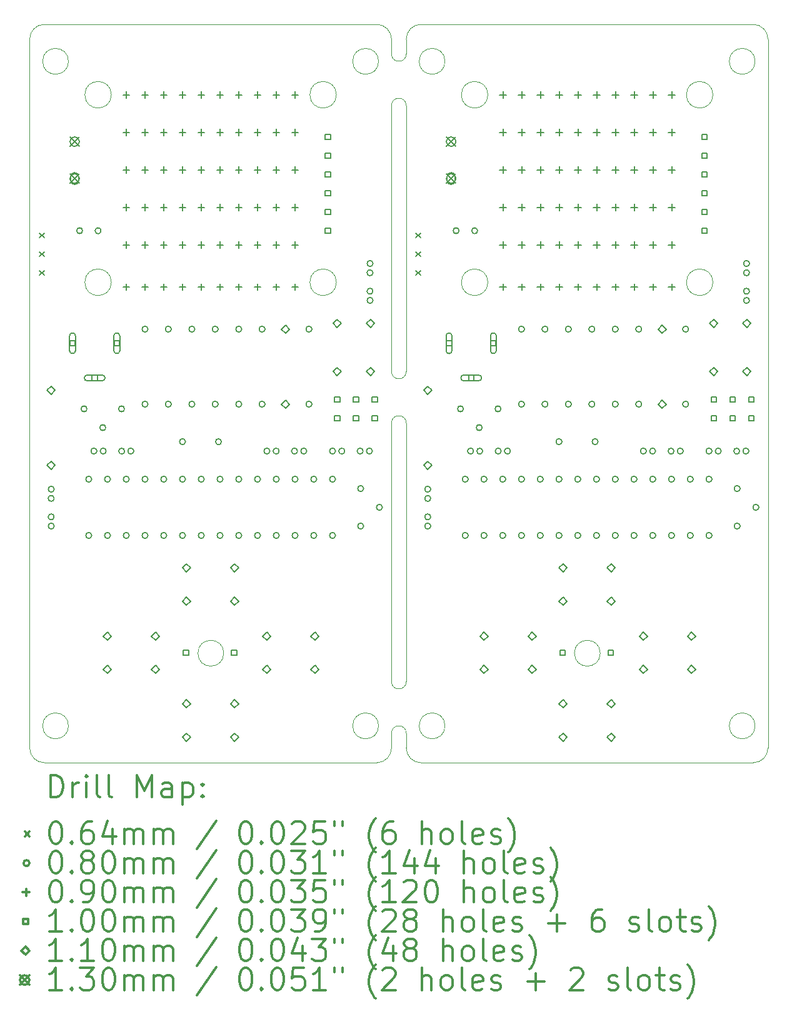
<source format=gbr>
%FSLAX45Y45*%
G04 Gerber Fmt 4.5, Leading zero omitted, Abs format (unit mm)*
G04 Created by KiCad (PCBNEW (5.1.5)-3) date 2022-03-28 13:22:25*
%MOMM*%
%LPD*%
G04 APERTURE LIST*
%TA.AperFunction,Profile*%
%ADD10C,0.050000*%
%TD*%
%ADD11C,0.200000*%
%ADD12C,0.300000*%
G04 APERTURE END LIST*
D10*
X18753605Y-4852500D02*
G75*
G03X18753605Y-4852500I-179605J0D01*
G01*
X15705605Y-7392500D02*
G75*
G03X15705605Y-7392500I-179605J0D01*
G01*
X18753605Y-7392500D02*
G75*
G03X18753605Y-7392500I-179605J0D01*
G01*
X15125000Y-13400000D02*
G75*
G03X15125000Y-13400000I-175000J0D01*
G01*
X15125000Y-4400000D02*
G75*
G03X15125000Y-4400000I-175000J0D01*
G01*
X17228000Y-12416000D02*
G75*
G03X17228000Y-12416000I-175000J0D01*
G01*
X19325000Y-13400000D02*
G75*
G03X19325000Y-13400000I-175000J0D01*
G01*
X15705605Y-4852500D02*
G75*
G03X15705605Y-4852500I-179605J0D01*
G01*
X19325000Y-4400000D02*
G75*
G03X19325000Y-4400000I-175000J0D01*
G01*
X14800000Y-13899538D02*
G75*
G02X14600000Y-13699538I0J200000D01*
G01*
X14600000Y-13499538D02*
X14600000Y-13699538D01*
X14400000Y-13699538D02*
X14400000Y-13499538D01*
X14600000Y-12799538D02*
X14600000Y-9299538D01*
X14400000Y-9299538D02*
X14400000Y-12799538D01*
X14600000Y-8599538D02*
X14600000Y-4999538D01*
X14400000Y-4999538D02*
X14400000Y-8599538D01*
X14400000Y-13499538D02*
G75*
G02X14600000Y-13499538I100000J0D01*
G01*
X14600000Y-12799538D02*
G75*
G02X14400000Y-12799538I-100000J0D01*
G01*
X14400000Y-9299538D02*
G75*
G02X14600000Y-9299538I100000J0D01*
G01*
X14600000Y-8599538D02*
G75*
G02X14400000Y-8599538I-100000J0D01*
G01*
X14400000Y-4999538D02*
G75*
G02X14600000Y-4999538I100000J0D01*
G01*
X14600000Y-4299538D02*
G75*
G02X14400000Y-4299538I-100000J0D01*
G01*
X14600000Y-4099538D02*
X14600000Y-4299538D01*
X14400000Y-4099538D02*
X14400000Y-4299538D01*
X19300000Y-3899538D02*
G75*
G02X19500000Y-4099538I0J-200000D01*
G01*
X19500000Y-13699538D02*
G75*
G02X19300000Y-13899538I-200000J0D01*
G01*
X19300000Y-13899538D02*
X14800000Y-13899538D01*
X19500000Y-4099538D02*
X19500000Y-13699538D01*
X14600000Y-4099538D02*
G75*
G02X14800000Y-3899538I200000J0D01*
G01*
X14800000Y-3899538D02*
X19300000Y-3900000D01*
X14200000Y-3899538D02*
G75*
G02X14400000Y-4099538I0J-200000D01*
G01*
X14400000Y-13699538D02*
G75*
G02X14200000Y-13899538I-200000J0D01*
G01*
X9699163Y-13899538D02*
G75*
G02X9499163Y-13699538I0J200000D01*
G01*
X9499163Y-4099538D02*
G75*
G02X9699163Y-3899538I200000J0D01*
G01*
X14200000Y-13900000D02*
X9699163Y-13899538D01*
X9699163Y-3899538D02*
X14200000Y-3899538D01*
X9499163Y-13699538D02*
X9499163Y-4099538D01*
X10605605Y-7392500D02*
G75*
G03X10605605Y-7392500I-179605J0D01*
G01*
X13653605Y-7392500D02*
G75*
G03X13653605Y-7392500I-179605J0D01*
G01*
X13653605Y-4852500D02*
G75*
G03X13653605Y-4852500I-179605J0D01*
G01*
X10605605Y-4852500D02*
G75*
G03X10605605Y-4852500I-179605J0D01*
G01*
X12128000Y-12416000D02*
G75*
G03X12128000Y-12416000I-175000J0D01*
G01*
X10025000Y-13400000D02*
G75*
G03X10025000Y-13400000I-175000J0D01*
G01*
X14225000Y-13400000D02*
G75*
G03X14225000Y-13400000I-175000J0D01*
G01*
X14225000Y-4400000D02*
G75*
G03X14225000Y-4400000I-175000J0D01*
G01*
X10025000Y-4400000D02*
G75*
G03X10025000Y-4400000I-175000J0D01*
G01*
D11*
X14732250Y-6725750D02*
X14795750Y-6789250D01*
X14795750Y-6725750D02*
X14732250Y-6789250D01*
X14732250Y-6979750D02*
X14795750Y-7043250D01*
X14795750Y-6979750D02*
X14732250Y-7043250D01*
X14732250Y-7233750D02*
X14795750Y-7297250D01*
X14795750Y-7233750D02*
X14732250Y-7297250D01*
X9632250Y-6725750D02*
X9695750Y-6789250D01*
X9695750Y-6725750D02*
X9632250Y-6789250D01*
X9632250Y-6979750D02*
X9695750Y-7043250D01*
X9695750Y-6979750D02*
X9632250Y-7043250D01*
X9632250Y-7233750D02*
X9695750Y-7297250D01*
X9695750Y-7233750D02*
X9632250Y-7297250D01*
X17852000Y-9678500D02*
G75*
G03X17852000Y-9678500I-40000J0D01*
G01*
X17977000Y-9678500D02*
G75*
G03X17977000Y-9678500I-40000J0D01*
G01*
X18227000Y-9678500D02*
G75*
G03X18227000Y-9678500I-40000J0D01*
G01*
X18352000Y-9678500D02*
G75*
G03X18352000Y-9678500I-40000J0D01*
G01*
X16709000Y-9551500D02*
G75*
G03X16709000Y-9551500I-40000J0D01*
G01*
X17197000Y-9551500D02*
G75*
G03X17197000Y-9551500I-40000J0D01*
G01*
X13641000Y-9678500D02*
G75*
G03X13641000Y-9678500I-40000J0D01*
G01*
X13766000Y-9678500D02*
G75*
G03X13766000Y-9678500I-40000J0D01*
G01*
X14016000Y-9678500D02*
G75*
G03X14016000Y-9678500I-40000J0D01*
G01*
X14141000Y-9678500D02*
G75*
G03X14141000Y-9678500I-40000J0D01*
G01*
X9831000Y-10194500D02*
G75*
G03X9831000Y-10194500I-40000J0D01*
G01*
X9831000Y-10319500D02*
G75*
G03X9831000Y-10319500I-40000J0D01*
G01*
X9831000Y-10569500D02*
G75*
G03X9831000Y-10569500I-40000J0D01*
G01*
X9831000Y-10694500D02*
G75*
G03X9831000Y-10694500I-40000J0D01*
G01*
X18423500Y-8027500D02*
G75*
G03X18423500Y-8027500I-40000J0D01*
G01*
X18423500Y-9043500D02*
G75*
G03X18423500Y-9043500I-40000J0D01*
G01*
X12688500Y-8027500D02*
G75*
G03X12688500Y-8027500I-40000J0D01*
G01*
X12688500Y-9043500D02*
G75*
G03X12688500Y-9043500I-40000J0D01*
G01*
X19122000Y-10186500D02*
G75*
G03X19122000Y-10186500I-40000J0D01*
G01*
X19122000Y-10694500D02*
G75*
G03X19122000Y-10694500I-40000J0D01*
G01*
X19376000Y-10440500D02*
G75*
G03X19376000Y-10440500I-40000J0D01*
G01*
X18741000Y-9678500D02*
G75*
G03X18741000Y-9678500I-40000J0D01*
G01*
X18866000Y-9678500D02*
G75*
G03X18866000Y-9678500I-40000J0D01*
G01*
X19116000Y-9678500D02*
G75*
G03X19116000Y-9678500I-40000J0D01*
G01*
X19241000Y-9678500D02*
G75*
G03X19241000Y-9678500I-40000J0D01*
G01*
X11101000Y-8027500D02*
G75*
G03X11101000Y-8027500I-40000J0D01*
G01*
X11101000Y-9043500D02*
G75*
G03X11101000Y-9043500I-40000J0D01*
G01*
X17471000Y-8027500D02*
G75*
G03X17471000Y-8027500I-40000J0D01*
G01*
X17471000Y-9043500D02*
G75*
G03X17471000Y-9043500I-40000J0D01*
G01*
X15510500Y-9678500D02*
G75*
G03X15510500Y-9678500I-40000J0D01*
G01*
X15635500Y-9678500D02*
G75*
G03X15635500Y-9678500I-40000J0D01*
G01*
X15885500Y-9678500D02*
G75*
G03X15885500Y-9678500I-40000J0D01*
G01*
X16010500Y-9678500D02*
G75*
G03X16010500Y-9678500I-40000J0D01*
G01*
X12053500Y-8027500D02*
G75*
G03X12053500Y-8027500I-40000J0D01*
G01*
X12053500Y-9043500D02*
G75*
G03X12053500Y-9043500I-40000J0D01*
G01*
X14022000Y-10186500D02*
G75*
G03X14022000Y-10186500I-40000J0D01*
G01*
X14022000Y-10694500D02*
G75*
G03X14022000Y-10694500I-40000J0D01*
G01*
X14276000Y-10440500D02*
G75*
G03X14276000Y-10440500I-40000J0D01*
G01*
X17788500Y-8027500D02*
G75*
G03X17788500Y-8027500I-40000J0D01*
G01*
X17788500Y-9043500D02*
G75*
G03X17788500Y-9043500I-40000J0D01*
G01*
X10216000Y-6694000D02*
G75*
G03X10216000Y-6694000I-40000J0D01*
G01*
X10466000Y-6694000D02*
G75*
G03X10466000Y-6694000I-40000J0D01*
G01*
X15375500Y-9107000D02*
G75*
G03X15375500Y-9107000I-40000J0D01*
G01*
X15629500Y-9361000D02*
G75*
G03X15629500Y-9361000I-40000J0D01*
G01*
X15883500Y-9107000D02*
G75*
G03X15883500Y-9107000I-40000J0D01*
G01*
X11736000Y-8027500D02*
G75*
G03X11736000Y-8027500I-40000J0D01*
G01*
X11736000Y-9043500D02*
G75*
G03X11736000Y-9043500I-40000J0D01*
G01*
X11418500Y-8027500D02*
G75*
G03X11418500Y-8027500I-40000J0D01*
G01*
X11418500Y-9043500D02*
G75*
G03X11418500Y-9043500I-40000J0D01*
G01*
X17153500Y-8027500D02*
G75*
G03X17153500Y-8027500I-40000J0D01*
G01*
X17153500Y-9043500D02*
G75*
G03X17153500Y-9043500I-40000J0D01*
G01*
X10275500Y-9107000D02*
G75*
G03X10275500Y-9107000I-40000J0D01*
G01*
X10529500Y-9361000D02*
G75*
G03X10529500Y-9361000I-40000J0D01*
G01*
X10783500Y-9107000D02*
G75*
G03X10783500Y-9107000I-40000J0D01*
G01*
X14931000Y-10194500D02*
G75*
G03X14931000Y-10194500I-40000J0D01*
G01*
X14931000Y-10319500D02*
G75*
G03X14931000Y-10319500I-40000J0D01*
G01*
X14931000Y-10569500D02*
G75*
G03X14931000Y-10569500I-40000J0D01*
G01*
X14931000Y-10694500D02*
G75*
G03X14931000Y-10694500I-40000J0D01*
G01*
X10410500Y-9678500D02*
G75*
G03X10410500Y-9678500I-40000J0D01*
G01*
X10535500Y-9678500D02*
G75*
G03X10535500Y-9678500I-40000J0D01*
G01*
X10785500Y-9678500D02*
G75*
G03X10785500Y-9678500I-40000J0D01*
G01*
X10910500Y-9678500D02*
G75*
G03X10910500Y-9678500I-40000J0D01*
G01*
X12371000Y-8027500D02*
G75*
G03X12371000Y-8027500I-40000J0D01*
G01*
X12371000Y-9043500D02*
G75*
G03X12371000Y-9043500I-40000J0D01*
G01*
X11609000Y-9551500D02*
G75*
G03X11609000Y-9551500I-40000J0D01*
G01*
X12097000Y-9551500D02*
G75*
G03X12097000Y-9551500I-40000J0D01*
G01*
X19249000Y-7138500D02*
G75*
G03X19249000Y-7138500I-40000J0D01*
G01*
X19249000Y-7263500D02*
G75*
G03X19249000Y-7263500I-40000J0D01*
G01*
X19249000Y-7513500D02*
G75*
G03X19249000Y-7513500I-40000J0D01*
G01*
X19249000Y-7638500D02*
G75*
G03X19249000Y-7638500I-40000J0D01*
G01*
X15316000Y-6694000D02*
G75*
G03X15316000Y-6694000I-40000J0D01*
G01*
X15566000Y-6694000D02*
G75*
G03X15566000Y-6694000I-40000J0D01*
G01*
X16201000Y-8027500D02*
G75*
G03X16201000Y-8027500I-40000J0D01*
G01*
X16201000Y-9043500D02*
G75*
G03X16201000Y-9043500I-40000J0D01*
G01*
X13323500Y-8027500D02*
G75*
G03X13323500Y-8027500I-40000J0D01*
G01*
X13323500Y-9043500D02*
G75*
G03X13323500Y-9043500I-40000J0D01*
G01*
X16836000Y-8027500D02*
G75*
G03X16836000Y-8027500I-40000J0D01*
G01*
X16836000Y-9043500D02*
G75*
G03X16836000Y-9043500I-40000J0D01*
G01*
X14149000Y-7138500D02*
G75*
G03X14149000Y-7138500I-40000J0D01*
G01*
X14149000Y-7263500D02*
G75*
G03X14149000Y-7263500I-40000J0D01*
G01*
X14149000Y-7513500D02*
G75*
G03X14149000Y-7513500I-40000J0D01*
G01*
X14149000Y-7638500D02*
G75*
G03X14149000Y-7638500I-40000J0D01*
G01*
X16518500Y-8027500D02*
G75*
G03X16518500Y-8027500I-40000J0D01*
G01*
X16518500Y-9043500D02*
G75*
G03X16518500Y-9043500I-40000J0D01*
G01*
X12752000Y-9678500D02*
G75*
G03X12752000Y-9678500I-40000J0D01*
G01*
X12877000Y-9678500D02*
G75*
G03X12877000Y-9678500I-40000J0D01*
G01*
X13127000Y-9678500D02*
G75*
G03X13127000Y-9678500I-40000J0D01*
G01*
X13252000Y-9678500D02*
G75*
G03X13252000Y-9678500I-40000J0D01*
G01*
X15439000Y-10059500D02*
G75*
G03X15439000Y-10059500I-40000J0D01*
G01*
X15439000Y-10821500D02*
G75*
G03X15439000Y-10821500I-40000J0D01*
G01*
X15693000Y-10059500D02*
G75*
G03X15693000Y-10059500I-40000J0D01*
G01*
X15693000Y-10821500D02*
G75*
G03X15693000Y-10821500I-40000J0D01*
G01*
X15947000Y-10059500D02*
G75*
G03X15947000Y-10059500I-40000J0D01*
G01*
X15947000Y-10821500D02*
G75*
G03X15947000Y-10821500I-40000J0D01*
G01*
X16201000Y-10059500D02*
G75*
G03X16201000Y-10059500I-40000J0D01*
G01*
X16201000Y-10821500D02*
G75*
G03X16201000Y-10821500I-40000J0D01*
G01*
X16455000Y-10059500D02*
G75*
G03X16455000Y-10059500I-40000J0D01*
G01*
X16455000Y-10821500D02*
G75*
G03X16455000Y-10821500I-40000J0D01*
G01*
X16709000Y-10059500D02*
G75*
G03X16709000Y-10059500I-40000J0D01*
G01*
X16709000Y-10821500D02*
G75*
G03X16709000Y-10821500I-40000J0D01*
G01*
X16963000Y-10059500D02*
G75*
G03X16963000Y-10059500I-40000J0D01*
G01*
X16963000Y-10821500D02*
G75*
G03X16963000Y-10821500I-40000J0D01*
G01*
X17217000Y-10059500D02*
G75*
G03X17217000Y-10059500I-40000J0D01*
G01*
X17217000Y-10821500D02*
G75*
G03X17217000Y-10821500I-40000J0D01*
G01*
X17471000Y-10059500D02*
G75*
G03X17471000Y-10059500I-40000J0D01*
G01*
X17471000Y-10821500D02*
G75*
G03X17471000Y-10821500I-40000J0D01*
G01*
X17725000Y-10059500D02*
G75*
G03X17725000Y-10059500I-40000J0D01*
G01*
X17725000Y-10821500D02*
G75*
G03X17725000Y-10821500I-40000J0D01*
G01*
X17979000Y-10059500D02*
G75*
G03X17979000Y-10059500I-40000J0D01*
G01*
X17979000Y-10821500D02*
G75*
G03X17979000Y-10821500I-40000J0D01*
G01*
X18233000Y-10059500D02*
G75*
G03X18233000Y-10059500I-40000J0D01*
G01*
X18233000Y-10821500D02*
G75*
G03X18233000Y-10821500I-40000J0D01*
G01*
X18487000Y-10059500D02*
G75*
G03X18487000Y-10059500I-40000J0D01*
G01*
X18487000Y-10821500D02*
G75*
G03X18487000Y-10821500I-40000J0D01*
G01*
X18741000Y-10059500D02*
G75*
G03X18741000Y-10059500I-40000J0D01*
G01*
X18741000Y-10821500D02*
G75*
G03X18741000Y-10821500I-40000J0D01*
G01*
X10339000Y-10059500D02*
G75*
G03X10339000Y-10059500I-40000J0D01*
G01*
X10339000Y-10821500D02*
G75*
G03X10339000Y-10821500I-40000J0D01*
G01*
X10593000Y-10059500D02*
G75*
G03X10593000Y-10059500I-40000J0D01*
G01*
X10593000Y-10821500D02*
G75*
G03X10593000Y-10821500I-40000J0D01*
G01*
X10847000Y-10059500D02*
G75*
G03X10847000Y-10059500I-40000J0D01*
G01*
X10847000Y-10821500D02*
G75*
G03X10847000Y-10821500I-40000J0D01*
G01*
X11101000Y-10059500D02*
G75*
G03X11101000Y-10059500I-40000J0D01*
G01*
X11101000Y-10821500D02*
G75*
G03X11101000Y-10821500I-40000J0D01*
G01*
X11355000Y-10059500D02*
G75*
G03X11355000Y-10059500I-40000J0D01*
G01*
X11355000Y-10821500D02*
G75*
G03X11355000Y-10821500I-40000J0D01*
G01*
X11609000Y-10059500D02*
G75*
G03X11609000Y-10059500I-40000J0D01*
G01*
X11609000Y-10821500D02*
G75*
G03X11609000Y-10821500I-40000J0D01*
G01*
X11863000Y-10059500D02*
G75*
G03X11863000Y-10059500I-40000J0D01*
G01*
X11863000Y-10821500D02*
G75*
G03X11863000Y-10821500I-40000J0D01*
G01*
X12117000Y-10059500D02*
G75*
G03X12117000Y-10059500I-40000J0D01*
G01*
X12117000Y-10821500D02*
G75*
G03X12117000Y-10821500I-40000J0D01*
G01*
X12371000Y-10059500D02*
G75*
G03X12371000Y-10059500I-40000J0D01*
G01*
X12371000Y-10821500D02*
G75*
G03X12371000Y-10821500I-40000J0D01*
G01*
X12625000Y-10059500D02*
G75*
G03X12625000Y-10059500I-40000J0D01*
G01*
X12625000Y-10821500D02*
G75*
G03X12625000Y-10821500I-40000J0D01*
G01*
X12879000Y-10059500D02*
G75*
G03X12879000Y-10059500I-40000J0D01*
G01*
X12879000Y-10821500D02*
G75*
G03X12879000Y-10821500I-40000J0D01*
G01*
X13133000Y-10059500D02*
G75*
G03X13133000Y-10059500I-40000J0D01*
G01*
X13133000Y-10821500D02*
G75*
G03X13133000Y-10821500I-40000J0D01*
G01*
X13387000Y-10059500D02*
G75*
G03X13387000Y-10059500I-40000J0D01*
G01*
X13387000Y-10821500D02*
G75*
G03X13387000Y-10821500I-40000J0D01*
G01*
X13641000Y-10059500D02*
G75*
G03X13641000Y-10059500I-40000J0D01*
G01*
X13641000Y-10821500D02*
G75*
G03X13641000Y-10821500I-40000J0D01*
G01*
X17941500Y-4808000D02*
X17941500Y-4898000D01*
X17896500Y-4853000D02*
X17986500Y-4853000D01*
X18195500Y-4808000D02*
X18195500Y-4898000D01*
X18150500Y-4853000D02*
X18240500Y-4853000D01*
X12841500Y-5316000D02*
X12841500Y-5406000D01*
X12796500Y-5361000D02*
X12886500Y-5361000D01*
X13095500Y-5316000D02*
X13095500Y-5406000D01*
X13050500Y-5361000D02*
X13140500Y-5361000D01*
X17433500Y-5824000D02*
X17433500Y-5914000D01*
X17388500Y-5869000D02*
X17478500Y-5869000D01*
X17687500Y-5824000D02*
X17687500Y-5914000D01*
X17642500Y-5869000D02*
X17732500Y-5869000D01*
X11317500Y-5316000D02*
X11317500Y-5406000D01*
X11272500Y-5361000D02*
X11362500Y-5361000D01*
X11571500Y-5316000D02*
X11571500Y-5406000D01*
X11526500Y-5361000D02*
X11616500Y-5361000D01*
X15909500Y-7411500D02*
X15909500Y-7501500D01*
X15864500Y-7456500D02*
X15954500Y-7456500D01*
X16163500Y-7411500D02*
X16163500Y-7501500D01*
X16118500Y-7456500D02*
X16208500Y-7456500D01*
X16925500Y-6332000D02*
X16925500Y-6422000D01*
X16880500Y-6377000D02*
X16970500Y-6377000D01*
X17179500Y-6332000D02*
X17179500Y-6422000D01*
X17134500Y-6377000D02*
X17224500Y-6377000D01*
X10809500Y-6840000D02*
X10809500Y-6930000D01*
X10764500Y-6885000D02*
X10854500Y-6885000D01*
X11063500Y-6840000D02*
X11063500Y-6930000D01*
X11018500Y-6885000D02*
X11108500Y-6885000D01*
X12333500Y-6332000D02*
X12333500Y-6422000D01*
X12288500Y-6377000D02*
X12378500Y-6377000D01*
X12587500Y-6332000D02*
X12587500Y-6422000D01*
X12542500Y-6377000D02*
X12632500Y-6377000D01*
X17433500Y-7411500D02*
X17433500Y-7501500D01*
X17388500Y-7456500D02*
X17478500Y-7456500D01*
X17687500Y-7411500D02*
X17687500Y-7501500D01*
X17642500Y-7456500D02*
X17732500Y-7456500D01*
X16925500Y-5316000D02*
X16925500Y-5406000D01*
X16880500Y-5361000D02*
X16970500Y-5361000D01*
X17179500Y-5316000D02*
X17179500Y-5406000D01*
X17134500Y-5361000D02*
X17224500Y-5361000D01*
X12333500Y-5824000D02*
X12333500Y-5914000D01*
X12288500Y-5869000D02*
X12378500Y-5869000D01*
X12587500Y-5824000D02*
X12587500Y-5914000D01*
X12542500Y-5869000D02*
X12632500Y-5869000D01*
X17433500Y-5316000D02*
X17433500Y-5406000D01*
X17388500Y-5361000D02*
X17478500Y-5361000D01*
X17687500Y-5316000D02*
X17687500Y-5406000D01*
X17642500Y-5361000D02*
X17732500Y-5361000D01*
X11317500Y-4808000D02*
X11317500Y-4898000D01*
X11272500Y-4853000D02*
X11362500Y-4853000D01*
X11571500Y-4808000D02*
X11571500Y-4898000D01*
X11526500Y-4853000D02*
X11616500Y-4853000D01*
X15909500Y-6332000D02*
X15909500Y-6422000D01*
X15864500Y-6377000D02*
X15954500Y-6377000D01*
X16163500Y-6332000D02*
X16163500Y-6422000D01*
X16118500Y-6377000D02*
X16208500Y-6377000D01*
X17941500Y-6840000D02*
X17941500Y-6930000D01*
X17896500Y-6885000D02*
X17986500Y-6885000D01*
X18195500Y-6840000D02*
X18195500Y-6930000D01*
X18150500Y-6885000D02*
X18240500Y-6885000D01*
X11825500Y-6840000D02*
X11825500Y-6930000D01*
X11780500Y-6885000D02*
X11870500Y-6885000D01*
X12079500Y-6840000D02*
X12079500Y-6930000D01*
X12034500Y-6885000D02*
X12124500Y-6885000D01*
X12841500Y-7411500D02*
X12841500Y-7501500D01*
X12796500Y-7456500D02*
X12886500Y-7456500D01*
X13095500Y-7411500D02*
X13095500Y-7501500D01*
X13050500Y-7456500D02*
X13140500Y-7456500D01*
X17433500Y-6840000D02*
X17433500Y-6930000D01*
X17388500Y-6885000D02*
X17478500Y-6885000D01*
X17687500Y-6840000D02*
X17687500Y-6930000D01*
X17642500Y-6885000D02*
X17732500Y-6885000D01*
X10809500Y-5824000D02*
X10809500Y-5914000D01*
X10764500Y-5869000D02*
X10854500Y-5869000D01*
X11063500Y-5824000D02*
X11063500Y-5914000D01*
X11018500Y-5869000D02*
X11108500Y-5869000D01*
X16417500Y-5824000D02*
X16417500Y-5914000D01*
X16372500Y-5869000D02*
X16462500Y-5869000D01*
X16671500Y-5824000D02*
X16671500Y-5914000D01*
X16626500Y-5869000D02*
X16716500Y-5869000D01*
X10809500Y-4808000D02*
X10809500Y-4898000D01*
X10764500Y-4853000D02*
X10854500Y-4853000D01*
X11063500Y-4808000D02*
X11063500Y-4898000D01*
X11018500Y-4853000D02*
X11108500Y-4853000D01*
X17941500Y-5824000D02*
X17941500Y-5914000D01*
X17896500Y-5869000D02*
X17986500Y-5869000D01*
X18195500Y-5824000D02*
X18195500Y-5914000D01*
X18150500Y-5869000D02*
X18240500Y-5869000D01*
X12333500Y-5316000D02*
X12333500Y-5406000D01*
X12288500Y-5361000D02*
X12378500Y-5361000D01*
X12587500Y-5316000D02*
X12587500Y-5406000D01*
X12542500Y-5361000D02*
X12632500Y-5361000D01*
X16417500Y-7411500D02*
X16417500Y-7501500D01*
X16372500Y-7456500D02*
X16462500Y-7456500D01*
X16671500Y-7411500D02*
X16671500Y-7501500D01*
X16626500Y-7456500D02*
X16716500Y-7456500D01*
X16417500Y-6840000D02*
X16417500Y-6930000D01*
X16372500Y-6885000D02*
X16462500Y-6885000D01*
X16671500Y-6840000D02*
X16671500Y-6930000D01*
X16626500Y-6885000D02*
X16716500Y-6885000D01*
X11317500Y-6332000D02*
X11317500Y-6422000D01*
X11272500Y-6377000D02*
X11362500Y-6377000D01*
X11571500Y-6332000D02*
X11571500Y-6422000D01*
X11526500Y-6377000D02*
X11616500Y-6377000D01*
X11317500Y-6840000D02*
X11317500Y-6930000D01*
X11272500Y-6885000D02*
X11362500Y-6885000D01*
X11571500Y-6840000D02*
X11571500Y-6930000D01*
X11526500Y-6885000D02*
X11616500Y-6885000D01*
X17941500Y-5316000D02*
X17941500Y-5406000D01*
X17896500Y-5361000D02*
X17986500Y-5361000D01*
X18195500Y-5316000D02*
X18195500Y-5406000D01*
X18150500Y-5361000D02*
X18240500Y-5361000D01*
X10809500Y-5316000D02*
X10809500Y-5406000D01*
X10764500Y-5361000D02*
X10854500Y-5361000D01*
X11063500Y-5316000D02*
X11063500Y-5406000D01*
X11018500Y-5361000D02*
X11108500Y-5361000D01*
X11825500Y-5824000D02*
X11825500Y-5914000D01*
X11780500Y-5869000D02*
X11870500Y-5869000D01*
X12079500Y-5824000D02*
X12079500Y-5914000D01*
X12034500Y-5869000D02*
X12124500Y-5869000D01*
X16417500Y-4808000D02*
X16417500Y-4898000D01*
X16372500Y-4853000D02*
X16462500Y-4853000D01*
X16671500Y-4808000D02*
X16671500Y-4898000D01*
X16626500Y-4853000D02*
X16716500Y-4853000D01*
X15909500Y-4808000D02*
X15909500Y-4898000D01*
X15864500Y-4853000D02*
X15954500Y-4853000D01*
X16163500Y-4808000D02*
X16163500Y-4898000D01*
X16118500Y-4853000D02*
X16208500Y-4853000D01*
X16925500Y-7411500D02*
X16925500Y-7501500D01*
X16880500Y-7456500D02*
X16970500Y-7456500D01*
X17179500Y-7411500D02*
X17179500Y-7501500D01*
X17134500Y-7456500D02*
X17224500Y-7456500D01*
X16925500Y-6840000D02*
X16925500Y-6930000D01*
X16880500Y-6885000D02*
X16970500Y-6885000D01*
X17179500Y-6840000D02*
X17179500Y-6930000D01*
X17134500Y-6885000D02*
X17224500Y-6885000D01*
X17941500Y-7411500D02*
X17941500Y-7501500D01*
X17896500Y-7456500D02*
X17986500Y-7456500D01*
X18195500Y-7411500D02*
X18195500Y-7501500D01*
X18150500Y-7456500D02*
X18240500Y-7456500D01*
X10809500Y-7411500D02*
X10809500Y-7501500D01*
X10764500Y-7456500D02*
X10854500Y-7456500D01*
X11063500Y-7411500D02*
X11063500Y-7501500D01*
X11018500Y-7456500D02*
X11108500Y-7456500D01*
X12333500Y-6840000D02*
X12333500Y-6930000D01*
X12288500Y-6885000D02*
X12378500Y-6885000D01*
X12587500Y-6840000D02*
X12587500Y-6930000D01*
X12542500Y-6885000D02*
X12632500Y-6885000D01*
X17433500Y-4808000D02*
X17433500Y-4898000D01*
X17388500Y-4853000D02*
X17478500Y-4853000D01*
X17687500Y-4808000D02*
X17687500Y-4898000D01*
X17642500Y-4853000D02*
X17732500Y-4853000D01*
X12841500Y-5824000D02*
X12841500Y-5914000D01*
X12796500Y-5869000D02*
X12886500Y-5869000D01*
X13095500Y-5824000D02*
X13095500Y-5914000D01*
X13050500Y-5869000D02*
X13140500Y-5869000D01*
X16417500Y-5316000D02*
X16417500Y-5406000D01*
X16372500Y-5361000D02*
X16462500Y-5361000D01*
X16671500Y-5316000D02*
X16671500Y-5406000D01*
X16626500Y-5361000D02*
X16716500Y-5361000D01*
X11317500Y-5824000D02*
X11317500Y-5914000D01*
X11272500Y-5869000D02*
X11362500Y-5869000D01*
X11571500Y-5824000D02*
X11571500Y-5914000D01*
X11526500Y-5869000D02*
X11616500Y-5869000D01*
X16925500Y-5824000D02*
X16925500Y-5914000D01*
X16880500Y-5869000D02*
X16970500Y-5869000D01*
X17179500Y-5824000D02*
X17179500Y-5914000D01*
X17134500Y-5869000D02*
X17224500Y-5869000D01*
X12841500Y-6332000D02*
X12841500Y-6422000D01*
X12796500Y-6377000D02*
X12886500Y-6377000D01*
X13095500Y-6332000D02*
X13095500Y-6422000D01*
X13050500Y-6377000D02*
X13140500Y-6377000D01*
X15909500Y-6840000D02*
X15909500Y-6930000D01*
X15864500Y-6885000D02*
X15954500Y-6885000D01*
X16163500Y-6840000D02*
X16163500Y-6930000D01*
X16118500Y-6885000D02*
X16208500Y-6885000D01*
X11317500Y-7411500D02*
X11317500Y-7501500D01*
X11272500Y-7456500D02*
X11362500Y-7456500D01*
X11571500Y-7411500D02*
X11571500Y-7501500D01*
X11526500Y-7456500D02*
X11616500Y-7456500D01*
X10809500Y-6332000D02*
X10809500Y-6422000D01*
X10764500Y-6377000D02*
X10854500Y-6377000D01*
X11063500Y-6332000D02*
X11063500Y-6422000D01*
X11018500Y-6377000D02*
X11108500Y-6377000D01*
X11825500Y-5316000D02*
X11825500Y-5406000D01*
X11780500Y-5361000D02*
X11870500Y-5361000D01*
X12079500Y-5316000D02*
X12079500Y-5406000D01*
X12034500Y-5361000D02*
X12124500Y-5361000D01*
X15909500Y-5316000D02*
X15909500Y-5406000D01*
X15864500Y-5361000D02*
X15954500Y-5361000D01*
X16163500Y-5316000D02*
X16163500Y-5406000D01*
X16118500Y-5361000D02*
X16208500Y-5361000D01*
X12841500Y-4808000D02*
X12841500Y-4898000D01*
X12796500Y-4853000D02*
X12886500Y-4853000D01*
X13095500Y-4808000D02*
X13095500Y-4898000D01*
X13050500Y-4853000D02*
X13140500Y-4853000D01*
X15909500Y-5824000D02*
X15909500Y-5914000D01*
X15864500Y-5869000D02*
X15954500Y-5869000D01*
X16163500Y-5824000D02*
X16163500Y-5914000D01*
X16118500Y-5869000D02*
X16208500Y-5869000D01*
X11825500Y-7411500D02*
X11825500Y-7501500D01*
X11780500Y-7456500D02*
X11870500Y-7456500D01*
X12079500Y-7411500D02*
X12079500Y-7501500D01*
X12034500Y-7456500D02*
X12124500Y-7456500D01*
X11825500Y-6332000D02*
X11825500Y-6422000D01*
X11780500Y-6377000D02*
X11870500Y-6377000D01*
X12079500Y-6332000D02*
X12079500Y-6422000D01*
X12034500Y-6377000D02*
X12124500Y-6377000D01*
X16925500Y-4808000D02*
X16925500Y-4898000D01*
X16880500Y-4853000D02*
X16970500Y-4853000D01*
X17179500Y-4808000D02*
X17179500Y-4898000D01*
X17134500Y-4853000D02*
X17224500Y-4853000D01*
X12333500Y-4808000D02*
X12333500Y-4898000D01*
X12288500Y-4853000D02*
X12378500Y-4853000D01*
X12587500Y-4808000D02*
X12587500Y-4898000D01*
X12542500Y-4853000D02*
X12632500Y-4853000D01*
X17433500Y-6332000D02*
X17433500Y-6422000D01*
X17388500Y-6377000D02*
X17478500Y-6377000D01*
X17687500Y-6332000D02*
X17687500Y-6422000D01*
X17642500Y-6377000D02*
X17732500Y-6377000D01*
X11825500Y-4808000D02*
X11825500Y-4898000D01*
X11780500Y-4853000D02*
X11870500Y-4853000D01*
X12079500Y-4808000D02*
X12079500Y-4898000D01*
X12034500Y-4853000D02*
X12124500Y-4853000D01*
X16417500Y-6332000D02*
X16417500Y-6422000D01*
X16372500Y-6377000D02*
X16462500Y-6377000D01*
X16671500Y-6332000D02*
X16671500Y-6422000D01*
X16626500Y-6377000D02*
X16716500Y-6377000D01*
X17941500Y-6332000D02*
X17941500Y-6422000D01*
X17896500Y-6377000D02*
X17986500Y-6377000D01*
X18195500Y-6332000D02*
X18195500Y-6422000D01*
X18150500Y-6377000D02*
X18240500Y-6377000D01*
X12333500Y-7411500D02*
X12333500Y-7501500D01*
X12288500Y-7456500D02*
X12378500Y-7456500D01*
X12587500Y-7411500D02*
X12587500Y-7501500D01*
X12542500Y-7456500D02*
X12632500Y-7456500D01*
X12841500Y-6840000D02*
X12841500Y-6930000D01*
X12796500Y-6885000D02*
X12886500Y-6885000D01*
X13095500Y-6840000D02*
X13095500Y-6930000D01*
X13050500Y-6885000D02*
X13140500Y-6885000D01*
X18799856Y-9015356D02*
X18799856Y-8944644D01*
X18729144Y-8944644D01*
X18729144Y-9015356D01*
X18799856Y-9015356D01*
X18799856Y-9269356D02*
X18799856Y-9198644D01*
X18729144Y-9198644D01*
X18729144Y-9269356D01*
X18799856Y-9269356D01*
X19053856Y-9015356D02*
X19053856Y-8944644D01*
X18983144Y-8944644D01*
X18983144Y-9015356D01*
X19053856Y-9015356D01*
X19053856Y-9269356D02*
X19053856Y-9198644D01*
X18983144Y-9198644D01*
X18983144Y-9269356D01*
X19053856Y-9269356D01*
X19307856Y-9015356D02*
X19307856Y-8944644D01*
X19237144Y-8944644D01*
X19237144Y-9015356D01*
X19307856Y-9015356D01*
X19307856Y-9269356D02*
X19307856Y-9198644D01*
X19237144Y-9198644D01*
X19237144Y-9269356D01*
X19307856Y-9269356D01*
X16752856Y-12444356D02*
X16752856Y-12373644D01*
X16682144Y-12373644D01*
X16682144Y-12444356D01*
X16752856Y-12444356D01*
X17402856Y-12444356D02*
X17402856Y-12373644D01*
X17332144Y-12373644D01*
X17332144Y-12444356D01*
X17402856Y-12444356D01*
X10115356Y-8253356D02*
X10115356Y-8182644D01*
X10044644Y-8182644D01*
X10044644Y-8253356D01*
X10115356Y-8253356D01*
X10040000Y-8118000D02*
X10040000Y-8318000D01*
X10120000Y-8118000D02*
X10120000Y-8318000D01*
X10040000Y-8318000D02*
G75*
G03X10120000Y-8318000I40000J0D01*
G01*
X10120000Y-8118000D02*
G75*
G03X10040000Y-8118000I-40000J0D01*
G01*
X10415356Y-8723356D02*
X10415356Y-8652644D01*
X10344644Y-8652644D01*
X10344644Y-8723356D01*
X10415356Y-8723356D01*
X10280000Y-8728000D02*
X10480000Y-8728000D01*
X10280000Y-8648000D02*
X10480000Y-8648000D01*
X10480000Y-8728000D02*
G75*
G03X10480000Y-8648000I0J40000D01*
G01*
X10280000Y-8648000D02*
G75*
G03X10280000Y-8728000I0J-40000D01*
G01*
X10715356Y-8253356D02*
X10715356Y-8182644D01*
X10644644Y-8182644D01*
X10644644Y-8253356D01*
X10715356Y-8253356D01*
X10640000Y-8118000D02*
X10640000Y-8318000D01*
X10720000Y-8118000D02*
X10720000Y-8318000D01*
X10640000Y-8318000D02*
G75*
G03X10720000Y-8318000I40000J0D01*
G01*
X10720000Y-8118000D02*
G75*
G03X10640000Y-8118000I-40000J0D01*
G01*
X13699856Y-9015356D02*
X13699856Y-8944644D01*
X13629144Y-8944644D01*
X13629144Y-9015356D01*
X13699856Y-9015356D01*
X13699856Y-9269356D02*
X13699856Y-9198644D01*
X13629144Y-9198644D01*
X13629144Y-9269356D01*
X13699856Y-9269356D01*
X13953856Y-9015356D02*
X13953856Y-8944644D01*
X13883144Y-8944644D01*
X13883144Y-9015356D01*
X13953856Y-9015356D01*
X13953856Y-9269356D02*
X13953856Y-9198644D01*
X13883144Y-9198644D01*
X13883144Y-9269356D01*
X13953856Y-9269356D01*
X14207856Y-9015356D02*
X14207856Y-8944644D01*
X14137144Y-8944644D01*
X14137144Y-9015356D01*
X14207856Y-9015356D01*
X14207856Y-9269356D02*
X14207856Y-9198644D01*
X14137144Y-9198644D01*
X14137144Y-9269356D01*
X14207856Y-9269356D01*
X11652856Y-12444356D02*
X11652856Y-12373644D01*
X11582144Y-12373644D01*
X11582144Y-12444356D01*
X11652856Y-12444356D01*
X12302856Y-12444356D02*
X12302856Y-12373644D01*
X12232144Y-12373644D01*
X12232144Y-12444356D01*
X12302856Y-12444356D01*
X15215356Y-8253356D02*
X15215356Y-8182644D01*
X15144644Y-8182644D01*
X15144644Y-8253356D01*
X15215356Y-8253356D01*
X15140000Y-8118000D02*
X15140000Y-8318000D01*
X15220000Y-8118000D02*
X15220000Y-8318000D01*
X15140000Y-8318000D02*
G75*
G03X15220000Y-8318000I40000J0D01*
G01*
X15220000Y-8118000D02*
G75*
G03X15140000Y-8118000I-40000J0D01*
G01*
X15515356Y-8723356D02*
X15515356Y-8652644D01*
X15444644Y-8652644D01*
X15444644Y-8723356D01*
X15515356Y-8723356D01*
X15380000Y-8728000D02*
X15580000Y-8728000D01*
X15380000Y-8648000D02*
X15580000Y-8648000D01*
X15580000Y-8728000D02*
G75*
G03X15580000Y-8648000I0J40000D01*
G01*
X15380000Y-8648000D02*
G75*
G03X15380000Y-8728000I0J-40000D01*
G01*
X15815356Y-8253356D02*
X15815356Y-8182644D01*
X15744644Y-8182644D01*
X15744644Y-8253356D01*
X15815356Y-8253356D01*
X15740000Y-8118000D02*
X15740000Y-8318000D01*
X15820000Y-8118000D02*
X15820000Y-8318000D01*
X15740000Y-8318000D02*
G75*
G03X15820000Y-8318000I40000J0D01*
G01*
X15820000Y-8118000D02*
G75*
G03X15740000Y-8118000I-40000J0D01*
G01*
X13572856Y-5459356D02*
X13572856Y-5388644D01*
X13502144Y-5388644D01*
X13502144Y-5459356D01*
X13572856Y-5459356D01*
X13572856Y-5713356D02*
X13572856Y-5642644D01*
X13502144Y-5642644D01*
X13502144Y-5713356D01*
X13572856Y-5713356D01*
X13572856Y-5967356D02*
X13572856Y-5896644D01*
X13502144Y-5896644D01*
X13502144Y-5967356D01*
X13572856Y-5967356D01*
X13572856Y-6221356D02*
X13572856Y-6150644D01*
X13502144Y-6150644D01*
X13502144Y-6221356D01*
X13572856Y-6221356D01*
X13572856Y-6475356D02*
X13572856Y-6404644D01*
X13502144Y-6404644D01*
X13502144Y-6475356D01*
X13572856Y-6475356D01*
X13572856Y-6729356D02*
X13572856Y-6658644D01*
X13502144Y-6658644D01*
X13502144Y-6729356D01*
X13572856Y-6729356D01*
X18672856Y-5459356D02*
X18672856Y-5388644D01*
X18602144Y-5388644D01*
X18602144Y-5459356D01*
X18672856Y-5459356D01*
X18672856Y-5713356D02*
X18672856Y-5642644D01*
X18602144Y-5642644D01*
X18602144Y-5713356D01*
X18672856Y-5713356D01*
X18672856Y-5967356D02*
X18672856Y-5896644D01*
X18602144Y-5896644D01*
X18602144Y-5967356D01*
X18672856Y-5967356D01*
X18672856Y-6221356D02*
X18672856Y-6150644D01*
X18602144Y-6150644D01*
X18602144Y-6221356D01*
X18672856Y-6221356D01*
X18672856Y-6475356D02*
X18672856Y-6404644D01*
X18602144Y-6404644D01*
X18602144Y-6475356D01*
X18672856Y-6475356D01*
X18672856Y-6729356D02*
X18672856Y-6658644D01*
X18602144Y-6658644D01*
X18602144Y-6729356D01*
X18672856Y-6729356D01*
X14891000Y-8908000D02*
X14946000Y-8853000D01*
X14891000Y-8798000D01*
X14836000Y-8853000D01*
X14891000Y-8908000D01*
X14891000Y-9924000D02*
X14946000Y-9869000D01*
X14891000Y-9814000D01*
X14836000Y-9869000D01*
X14891000Y-9924000D01*
X18066000Y-8082500D02*
X18121000Y-8027500D01*
X18066000Y-7972500D01*
X18011000Y-8027500D01*
X18066000Y-8082500D01*
X18066000Y-9098500D02*
X18121000Y-9043500D01*
X18066000Y-8988500D01*
X18011000Y-9043500D01*
X18066000Y-9098500D01*
X9791000Y-8908000D02*
X9846000Y-8853000D01*
X9791000Y-8798000D01*
X9736000Y-8853000D01*
X9791000Y-8908000D01*
X9791000Y-9924000D02*
X9846000Y-9869000D01*
X9791000Y-9814000D01*
X9736000Y-9869000D01*
X9791000Y-9924000D01*
X15653000Y-12239500D02*
X15708000Y-12184500D01*
X15653000Y-12129500D01*
X15598000Y-12184500D01*
X15653000Y-12239500D01*
X15653000Y-12689500D02*
X15708000Y-12634500D01*
X15653000Y-12579500D01*
X15598000Y-12634500D01*
X15653000Y-12689500D01*
X16303000Y-12239500D02*
X16358000Y-12184500D01*
X16303000Y-12129500D01*
X16248000Y-12184500D01*
X16303000Y-12239500D01*
X16303000Y-12689500D02*
X16358000Y-12634500D01*
X16303000Y-12579500D01*
X16248000Y-12634500D01*
X16303000Y-12689500D01*
X18764500Y-8004000D02*
X18819500Y-7949000D01*
X18764500Y-7894000D01*
X18709500Y-7949000D01*
X18764500Y-8004000D01*
X18764500Y-8654000D02*
X18819500Y-8599000D01*
X18764500Y-8544000D01*
X18709500Y-8599000D01*
X18764500Y-8654000D01*
X19214500Y-8004000D02*
X19269500Y-7949000D01*
X19214500Y-7894000D01*
X19159500Y-7949000D01*
X19214500Y-8004000D01*
X19214500Y-8654000D02*
X19269500Y-8599000D01*
X19214500Y-8544000D01*
X19159500Y-8599000D01*
X19214500Y-8654000D01*
X10553000Y-12239500D02*
X10608000Y-12184500D01*
X10553000Y-12129500D01*
X10498000Y-12184500D01*
X10553000Y-12239500D01*
X10553000Y-12689500D02*
X10608000Y-12634500D01*
X10553000Y-12579500D01*
X10498000Y-12634500D01*
X10553000Y-12689500D01*
X11203000Y-12239500D02*
X11258000Y-12184500D01*
X11203000Y-12129500D01*
X11148000Y-12184500D01*
X11203000Y-12239500D01*
X11203000Y-12689500D02*
X11258000Y-12634500D01*
X11203000Y-12579500D01*
X11148000Y-12634500D01*
X11203000Y-12689500D01*
X13664500Y-8004000D02*
X13719500Y-7949000D01*
X13664500Y-7894000D01*
X13609500Y-7949000D01*
X13664500Y-8004000D01*
X13664500Y-8654000D02*
X13719500Y-8599000D01*
X13664500Y-8544000D01*
X13609500Y-8599000D01*
X13664500Y-8654000D01*
X14114500Y-8004000D02*
X14169500Y-7949000D01*
X14114500Y-7894000D01*
X14059500Y-7949000D01*
X14114500Y-8004000D01*
X14114500Y-8654000D02*
X14169500Y-8599000D01*
X14114500Y-8544000D01*
X14059500Y-8599000D01*
X14114500Y-8654000D01*
X12966000Y-8082500D02*
X13021000Y-8027500D01*
X12966000Y-7972500D01*
X12911000Y-8027500D01*
X12966000Y-8082500D01*
X12966000Y-9098500D02*
X13021000Y-9043500D01*
X12966000Y-8988500D01*
X12911000Y-9043500D01*
X12966000Y-9098500D01*
X11625000Y-13157000D02*
X11680000Y-13102000D01*
X11625000Y-13047000D01*
X11570000Y-13102000D01*
X11625000Y-13157000D01*
X11625000Y-13607000D02*
X11680000Y-13552000D01*
X11625000Y-13497000D01*
X11570000Y-13552000D01*
X11625000Y-13607000D01*
X12275000Y-13157000D02*
X12330000Y-13102000D01*
X12275000Y-13047000D01*
X12220000Y-13102000D01*
X12275000Y-13157000D01*
X12275000Y-13607000D02*
X12330000Y-13552000D01*
X12275000Y-13497000D01*
X12220000Y-13552000D01*
X12275000Y-13607000D01*
X17812000Y-12239500D02*
X17867000Y-12184500D01*
X17812000Y-12129500D01*
X17757000Y-12184500D01*
X17812000Y-12239500D01*
X17812000Y-12689500D02*
X17867000Y-12634500D01*
X17812000Y-12579500D01*
X17757000Y-12634500D01*
X17812000Y-12689500D01*
X18462000Y-12239500D02*
X18517000Y-12184500D01*
X18462000Y-12129500D01*
X18407000Y-12184500D01*
X18462000Y-12239500D01*
X18462000Y-12689500D02*
X18517000Y-12634500D01*
X18462000Y-12579500D01*
X18407000Y-12634500D01*
X18462000Y-12689500D01*
X12712000Y-12239500D02*
X12767000Y-12184500D01*
X12712000Y-12129500D01*
X12657000Y-12184500D01*
X12712000Y-12239500D01*
X12712000Y-12689500D02*
X12767000Y-12634500D01*
X12712000Y-12579500D01*
X12657000Y-12634500D01*
X12712000Y-12689500D01*
X13362000Y-12239500D02*
X13417000Y-12184500D01*
X13362000Y-12129500D01*
X13307000Y-12184500D01*
X13362000Y-12239500D01*
X13362000Y-12689500D02*
X13417000Y-12634500D01*
X13362000Y-12579500D01*
X13307000Y-12634500D01*
X13362000Y-12689500D01*
X16725000Y-11315500D02*
X16780000Y-11260500D01*
X16725000Y-11205500D01*
X16670000Y-11260500D01*
X16725000Y-11315500D01*
X16725000Y-11765500D02*
X16780000Y-11710500D01*
X16725000Y-11655500D01*
X16670000Y-11710500D01*
X16725000Y-11765500D01*
X17375000Y-11315500D02*
X17430000Y-11260500D01*
X17375000Y-11205500D01*
X17320000Y-11260500D01*
X17375000Y-11315500D01*
X17375000Y-11765500D02*
X17430000Y-11710500D01*
X17375000Y-11655500D01*
X17320000Y-11710500D01*
X17375000Y-11765500D01*
X16725000Y-13157000D02*
X16780000Y-13102000D01*
X16725000Y-13047000D01*
X16670000Y-13102000D01*
X16725000Y-13157000D01*
X16725000Y-13607000D02*
X16780000Y-13552000D01*
X16725000Y-13497000D01*
X16670000Y-13552000D01*
X16725000Y-13607000D01*
X17375000Y-13157000D02*
X17430000Y-13102000D01*
X17375000Y-13047000D01*
X17320000Y-13102000D01*
X17375000Y-13157000D01*
X17375000Y-13607000D02*
X17430000Y-13552000D01*
X17375000Y-13497000D01*
X17320000Y-13552000D01*
X17375000Y-13607000D01*
X11625000Y-11315500D02*
X11680000Y-11260500D01*
X11625000Y-11205500D01*
X11570000Y-11260500D01*
X11625000Y-11315500D01*
X11625000Y-11765500D02*
X11680000Y-11710500D01*
X11625000Y-11655500D01*
X11570000Y-11710500D01*
X11625000Y-11765500D01*
X12275000Y-11315500D02*
X12330000Y-11260500D01*
X12275000Y-11205500D01*
X12220000Y-11260500D01*
X12275000Y-11315500D01*
X12275000Y-11765500D02*
X12330000Y-11710500D01*
X12275000Y-11655500D01*
X12220000Y-11710500D01*
X12275000Y-11765500D01*
X15143500Y-5422500D02*
X15273500Y-5552500D01*
X15273500Y-5422500D02*
X15143500Y-5552500D01*
X15273500Y-5487500D02*
G75*
G03X15273500Y-5487500I-65000J0D01*
G01*
X15143500Y-5922500D02*
X15273500Y-6052500D01*
X15273500Y-5922500D02*
X15143500Y-6052500D01*
X15273500Y-5987500D02*
G75*
G03X15273500Y-5987500I-65000J0D01*
G01*
X15153500Y-5962100D02*
X15153500Y-6012900D01*
X15263500Y-5962100D02*
X15263500Y-6012900D01*
X15153500Y-6012900D02*
G75*
G03X15263500Y-6012900I55000J0D01*
G01*
X15263500Y-5962100D02*
G75*
G03X15153500Y-5962100I-55000J0D01*
G01*
X10043500Y-5422500D02*
X10173500Y-5552500D01*
X10173500Y-5422500D02*
X10043500Y-5552500D01*
X10173500Y-5487500D02*
G75*
G03X10173500Y-5487500I-65000J0D01*
G01*
X10043500Y-5922500D02*
X10173500Y-6052500D01*
X10173500Y-5922500D02*
X10043500Y-6052500D01*
X10173500Y-5987500D02*
G75*
G03X10173500Y-5987500I-65000J0D01*
G01*
X10053500Y-5962100D02*
X10053500Y-6012900D01*
X10163500Y-5962100D02*
X10163500Y-6012900D01*
X10053500Y-6012900D02*
G75*
G03X10163500Y-6012900I55000J0D01*
G01*
X10163500Y-5962100D02*
G75*
G03X10053500Y-5962100I-55000J0D01*
G01*
D12*
X9783091Y-14368214D02*
X9783091Y-14068214D01*
X9854520Y-14068214D01*
X9897377Y-14082500D01*
X9925949Y-14111071D01*
X9940234Y-14139643D01*
X9954520Y-14196786D01*
X9954520Y-14239643D01*
X9940234Y-14296786D01*
X9925949Y-14325357D01*
X9897377Y-14353929D01*
X9854520Y-14368214D01*
X9783091Y-14368214D01*
X10083091Y-14368214D02*
X10083091Y-14168214D01*
X10083091Y-14225357D02*
X10097377Y-14196786D01*
X10111663Y-14182500D01*
X10140234Y-14168214D01*
X10168806Y-14168214D01*
X10268806Y-14368214D02*
X10268806Y-14168214D01*
X10268806Y-14068214D02*
X10254520Y-14082500D01*
X10268806Y-14096786D01*
X10283091Y-14082500D01*
X10268806Y-14068214D01*
X10268806Y-14096786D01*
X10454520Y-14368214D02*
X10425949Y-14353929D01*
X10411663Y-14325357D01*
X10411663Y-14068214D01*
X10611663Y-14368214D02*
X10583091Y-14353929D01*
X10568806Y-14325357D01*
X10568806Y-14068214D01*
X10954520Y-14368214D02*
X10954520Y-14068214D01*
X11054520Y-14282500D01*
X11154520Y-14068214D01*
X11154520Y-14368214D01*
X11425948Y-14368214D02*
X11425948Y-14211071D01*
X11411663Y-14182500D01*
X11383091Y-14168214D01*
X11325948Y-14168214D01*
X11297377Y-14182500D01*
X11425948Y-14353929D02*
X11397377Y-14368214D01*
X11325948Y-14368214D01*
X11297377Y-14353929D01*
X11283091Y-14325357D01*
X11283091Y-14296786D01*
X11297377Y-14268214D01*
X11325948Y-14253929D01*
X11397377Y-14253929D01*
X11425948Y-14239643D01*
X11568806Y-14168214D02*
X11568806Y-14468214D01*
X11568806Y-14182500D02*
X11597377Y-14168214D01*
X11654520Y-14168214D01*
X11683091Y-14182500D01*
X11697377Y-14196786D01*
X11711663Y-14225357D01*
X11711663Y-14311071D01*
X11697377Y-14339643D01*
X11683091Y-14353929D01*
X11654520Y-14368214D01*
X11597377Y-14368214D01*
X11568806Y-14353929D01*
X11840234Y-14339643D02*
X11854520Y-14353929D01*
X11840234Y-14368214D01*
X11825948Y-14353929D01*
X11840234Y-14339643D01*
X11840234Y-14368214D01*
X11840234Y-14182500D02*
X11854520Y-14196786D01*
X11840234Y-14211071D01*
X11825948Y-14196786D01*
X11840234Y-14182500D01*
X11840234Y-14211071D01*
X9433163Y-14830750D02*
X9496663Y-14894250D01*
X9496663Y-14830750D02*
X9433163Y-14894250D01*
X9840234Y-14698214D02*
X9868806Y-14698214D01*
X9897377Y-14712500D01*
X9911663Y-14726786D01*
X9925949Y-14755357D01*
X9940234Y-14812500D01*
X9940234Y-14883929D01*
X9925949Y-14941071D01*
X9911663Y-14969643D01*
X9897377Y-14983929D01*
X9868806Y-14998214D01*
X9840234Y-14998214D01*
X9811663Y-14983929D01*
X9797377Y-14969643D01*
X9783091Y-14941071D01*
X9768806Y-14883929D01*
X9768806Y-14812500D01*
X9783091Y-14755357D01*
X9797377Y-14726786D01*
X9811663Y-14712500D01*
X9840234Y-14698214D01*
X10068806Y-14969643D02*
X10083091Y-14983929D01*
X10068806Y-14998214D01*
X10054520Y-14983929D01*
X10068806Y-14969643D01*
X10068806Y-14998214D01*
X10340234Y-14698214D02*
X10283091Y-14698214D01*
X10254520Y-14712500D01*
X10240234Y-14726786D01*
X10211663Y-14769643D01*
X10197377Y-14826786D01*
X10197377Y-14941071D01*
X10211663Y-14969643D01*
X10225949Y-14983929D01*
X10254520Y-14998214D01*
X10311663Y-14998214D01*
X10340234Y-14983929D01*
X10354520Y-14969643D01*
X10368806Y-14941071D01*
X10368806Y-14869643D01*
X10354520Y-14841071D01*
X10340234Y-14826786D01*
X10311663Y-14812500D01*
X10254520Y-14812500D01*
X10225949Y-14826786D01*
X10211663Y-14841071D01*
X10197377Y-14869643D01*
X10625949Y-14798214D02*
X10625949Y-14998214D01*
X10554520Y-14683929D02*
X10483091Y-14898214D01*
X10668806Y-14898214D01*
X10783091Y-14998214D02*
X10783091Y-14798214D01*
X10783091Y-14826786D02*
X10797377Y-14812500D01*
X10825949Y-14798214D01*
X10868806Y-14798214D01*
X10897377Y-14812500D01*
X10911663Y-14841071D01*
X10911663Y-14998214D01*
X10911663Y-14841071D02*
X10925949Y-14812500D01*
X10954520Y-14798214D01*
X10997377Y-14798214D01*
X11025949Y-14812500D01*
X11040234Y-14841071D01*
X11040234Y-14998214D01*
X11183091Y-14998214D02*
X11183091Y-14798214D01*
X11183091Y-14826786D02*
X11197377Y-14812500D01*
X11225948Y-14798214D01*
X11268806Y-14798214D01*
X11297377Y-14812500D01*
X11311663Y-14841071D01*
X11311663Y-14998214D01*
X11311663Y-14841071D02*
X11325948Y-14812500D01*
X11354520Y-14798214D01*
X11397377Y-14798214D01*
X11425948Y-14812500D01*
X11440234Y-14841071D01*
X11440234Y-14998214D01*
X12025948Y-14683929D02*
X11768806Y-15069643D01*
X12411663Y-14698214D02*
X12440234Y-14698214D01*
X12468806Y-14712500D01*
X12483091Y-14726786D01*
X12497377Y-14755357D01*
X12511663Y-14812500D01*
X12511663Y-14883929D01*
X12497377Y-14941071D01*
X12483091Y-14969643D01*
X12468806Y-14983929D01*
X12440234Y-14998214D01*
X12411663Y-14998214D01*
X12383091Y-14983929D01*
X12368806Y-14969643D01*
X12354520Y-14941071D01*
X12340234Y-14883929D01*
X12340234Y-14812500D01*
X12354520Y-14755357D01*
X12368806Y-14726786D01*
X12383091Y-14712500D01*
X12411663Y-14698214D01*
X12640234Y-14969643D02*
X12654520Y-14983929D01*
X12640234Y-14998214D01*
X12625948Y-14983929D01*
X12640234Y-14969643D01*
X12640234Y-14998214D01*
X12840234Y-14698214D02*
X12868806Y-14698214D01*
X12897377Y-14712500D01*
X12911663Y-14726786D01*
X12925948Y-14755357D01*
X12940234Y-14812500D01*
X12940234Y-14883929D01*
X12925948Y-14941071D01*
X12911663Y-14969643D01*
X12897377Y-14983929D01*
X12868806Y-14998214D01*
X12840234Y-14998214D01*
X12811663Y-14983929D01*
X12797377Y-14969643D01*
X12783091Y-14941071D01*
X12768806Y-14883929D01*
X12768806Y-14812500D01*
X12783091Y-14755357D01*
X12797377Y-14726786D01*
X12811663Y-14712500D01*
X12840234Y-14698214D01*
X13054520Y-14726786D02*
X13068806Y-14712500D01*
X13097377Y-14698214D01*
X13168806Y-14698214D01*
X13197377Y-14712500D01*
X13211663Y-14726786D01*
X13225948Y-14755357D01*
X13225948Y-14783929D01*
X13211663Y-14826786D01*
X13040234Y-14998214D01*
X13225948Y-14998214D01*
X13497377Y-14698214D02*
X13354520Y-14698214D01*
X13340234Y-14841071D01*
X13354520Y-14826786D01*
X13383091Y-14812500D01*
X13454520Y-14812500D01*
X13483091Y-14826786D01*
X13497377Y-14841071D01*
X13511663Y-14869643D01*
X13511663Y-14941071D01*
X13497377Y-14969643D01*
X13483091Y-14983929D01*
X13454520Y-14998214D01*
X13383091Y-14998214D01*
X13354520Y-14983929D01*
X13340234Y-14969643D01*
X13625948Y-14698214D02*
X13625948Y-14755357D01*
X13740234Y-14698214D02*
X13740234Y-14755357D01*
X14183091Y-15112500D02*
X14168806Y-15098214D01*
X14140234Y-15055357D01*
X14125948Y-15026786D01*
X14111663Y-14983929D01*
X14097377Y-14912500D01*
X14097377Y-14855357D01*
X14111663Y-14783929D01*
X14125948Y-14741071D01*
X14140234Y-14712500D01*
X14168806Y-14669643D01*
X14183091Y-14655357D01*
X14425948Y-14698214D02*
X14368806Y-14698214D01*
X14340234Y-14712500D01*
X14325948Y-14726786D01*
X14297377Y-14769643D01*
X14283091Y-14826786D01*
X14283091Y-14941071D01*
X14297377Y-14969643D01*
X14311663Y-14983929D01*
X14340234Y-14998214D01*
X14397377Y-14998214D01*
X14425948Y-14983929D01*
X14440234Y-14969643D01*
X14454520Y-14941071D01*
X14454520Y-14869643D01*
X14440234Y-14841071D01*
X14425948Y-14826786D01*
X14397377Y-14812500D01*
X14340234Y-14812500D01*
X14311663Y-14826786D01*
X14297377Y-14841071D01*
X14283091Y-14869643D01*
X14811663Y-14998214D02*
X14811663Y-14698214D01*
X14940234Y-14998214D02*
X14940234Y-14841071D01*
X14925948Y-14812500D01*
X14897377Y-14798214D01*
X14854520Y-14798214D01*
X14825948Y-14812500D01*
X14811663Y-14826786D01*
X15125948Y-14998214D02*
X15097377Y-14983929D01*
X15083091Y-14969643D01*
X15068806Y-14941071D01*
X15068806Y-14855357D01*
X15083091Y-14826786D01*
X15097377Y-14812500D01*
X15125948Y-14798214D01*
X15168806Y-14798214D01*
X15197377Y-14812500D01*
X15211663Y-14826786D01*
X15225948Y-14855357D01*
X15225948Y-14941071D01*
X15211663Y-14969643D01*
X15197377Y-14983929D01*
X15168806Y-14998214D01*
X15125948Y-14998214D01*
X15397377Y-14998214D02*
X15368806Y-14983929D01*
X15354520Y-14955357D01*
X15354520Y-14698214D01*
X15625948Y-14983929D02*
X15597377Y-14998214D01*
X15540234Y-14998214D01*
X15511663Y-14983929D01*
X15497377Y-14955357D01*
X15497377Y-14841071D01*
X15511663Y-14812500D01*
X15540234Y-14798214D01*
X15597377Y-14798214D01*
X15625948Y-14812500D01*
X15640234Y-14841071D01*
X15640234Y-14869643D01*
X15497377Y-14898214D01*
X15754520Y-14983929D02*
X15783091Y-14998214D01*
X15840234Y-14998214D01*
X15868806Y-14983929D01*
X15883091Y-14955357D01*
X15883091Y-14941071D01*
X15868806Y-14912500D01*
X15840234Y-14898214D01*
X15797377Y-14898214D01*
X15768806Y-14883929D01*
X15754520Y-14855357D01*
X15754520Y-14841071D01*
X15768806Y-14812500D01*
X15797377Y-14798214D01*
X15840234Y-14798214D01*
X15868806Y-14812500D01*
X15983091Y-15112500D02*
X15997377Y-15098214D01*
X16025948Y-15055357D01*
X16040234Y-15026786D01*
X16054520Y-14983929D01*
X16068806Y-14912500D01*
X16068806Y-14855357D01*
X16054520Y-14783929D01*
X16040234Y-14741071D01*
X16025948Y-14712500D01*
X15997377Y-14669643D01*
X15983091Y-14655357D01*
X9496663Y-15258500D02*
G75*
G03X9496663Y-15258500I-40000J0D01*
G01*
X9840234Y-15094214D02*
X9868806Y-15094214D01*
X9897377Y-15108500D01*
X9911663Y-15122786D01*
X9925949Y-15151357D01*
X9940234Y-15208500D01*
X9940234Y-15279929D01*
X9925949Y-15337071D01*
X9911663Y-15365643D01*
X9897377Y-15379929D01*
X9868806Y-15394214D01*
X9840234Y-15394214D01*
X9811663Y-15379929D01*
X9797377Y-15365643D01*
X9783091Y-15337071D01*
X9768806Y-15279929D01*
X9768806Y-15208500D01*
X9783091Y-15151357D01*
X9797377Y-15122786D01*
X9811663Y-15108500D01*
X9840234Y-15094214D01*
X10068806Y-15365643D02*
X10083091Y-15379929D01*
X10068806Y-15394214D01*
X10054520Y-15379929D01*
X10068806Y-15365643D01*
X10068806Y-15394214D01*
X10254520Y-15222786D02*
X10225949Y-15208500D01*
X10211663Y-15194214D01*
X10197377Y-15165643D01*
X10197377Y-15151357D01*
X10211663Y-15122786D01*
X10225949Y-15108500D01*
X10254520Y-15094214D01*
X10311663Y-15094214D01*
X10340234Y-15108500D01*
X10354520Y-15122786D01*
X10368806Y-15151357D01*
X10368806Y-15165643D01*
X10354520Y-15194214D01*
X10340234Y-15208500D01*
X10311663Y-15222786D01*
X10254520Y-15222786D01*
X10225949Y-15237071D01*
X10211663Y-15251357D01*
X10197377Y-15279929D01*
X10197377Y-15337071D01*
X10211663Y-15365643D01*
X10225949Y-15379929D01*
X10254520Y-15394214D01*
X10311663Y-15394214D01*
X10340234Y-15379929D01*
X10354520Y-15365643D01*
X10368806Y-15337071D01*
X10368806Y-15279929D01*
X10354520Y-15251357D01*
X10340234Y-15237071D01*
X10311663Y-15222786D01*
X10554520Y-15094214D02*
X10583091Y-15094214D01*
X10611663Y-15108500D01*
X10625949Y-15122786D01*
X10640234Y-15151357D01*
X10654520Y-15208500D01*
X10654520Y-15279929D01*
X10640234Y-15337071D01*
X10625949Y-15365643D01*
X10611663Y-15379929D01*
X10583091Y-15394214D01*
X10554520Y-15394214D01*
X10525949Y-15379929D01*
X10511663Y-15365643D01*
X10497377Y-15337071D01*
X10483091Y-15279929D01*
X10483091Y-15208500D01*
X10497377Y-15151357D01*
X10511663Y-15122786D01*
X10525949Y-15108500D01*
X10554520Y-15094214D01*
X10783091Y-15394214D02*
X10783091Y-15194214D01*
X10783091Y-15222786D02*
X10797377Y-15208500D01*
X10825949Y-15194214D01*
X10868806Y-15194214D01*
X10897377Y-15208500D01*
X10911663Y-15237071D01*
X10911663Y-15394214D01*
X10911663Y-15237071D02*
X10925949Y-15208500D01*
X10954520Y-15194214D01*
X10997377Y-15194214D01*
X11025949Y-15208500D01*
X11040234Y-15237071D01*
X11040234Y-15394214D01*
X11183091Y-15394214D02*
X11183091Y-15194214D01*
X11183091Y-15222786D02*
X11197377Y-15208500D01*
X11225948Y-15194214D01*
X11268806Y-15194214D01*
X11297377Y-15208500D01*
X11311663Y-15237071D01*
X11311663Y-15394214D01*
X11311663Y-15237071D02*
X11325948Y-15208500D01*
X11354520Y-15194214D01*
X11397377Y-15194214D01*
X11425948Y-15208500D01*
X11440234Y-15237071D01*
X11440234Y-15394214D01*
X12025948Y-15079929D02*
X11768806Y-15465643D01*
X12411663Y-15094214D02*
X12440234Y-15094214D01*
X12468806Y-15108500D01*
X12483091Y-15122786D01*
X12497377Y-15151357D01*
X12511663Y-15208500D01*
X12511663Y-15279929D01*
X12497377Y-15337071D01*
X12483091Y-15365643D01*
X12468806Y-15379929D01*
X12440234Y-15394214D01*
X12411663Y-15394214D01*
X12383091Y-15379929D01*
X12368806Y-15365643D01*
X12354520Y-15337071D01*
X12340234Y-15279929D01*
X12340234Y-15208500D01*
X12354520Y-15151357D01*
X12368806Y-15122786D01*
X12383091Y-15108500D01*
X12411663Y-15094214D01*
X12640234Y-15365643D02*
X12654520Y-15379929D01*
X12640234Y-15394214D01*
X12625948Y-15379929D01*
X12640234Y-15365643D01*
X12640234Y-15394214D01*
X12840234Y-15094214D02*
X12868806Y-15094214D01*
X12897377Y-15108500D01*
X12911663Y-15122786D01*
X12925948Y-15151357D01*
X12940234Y-15208500D01*
X12940234Y-15279929D01*
X12925948Y-15337071D01*
X12911663Y-15365643D01*
X12897377Y-15379929D01*
X12868806Y-15394214D01*
X12840234Y-15394214D01*
X12811663Y-15379929D01*
X12797377Y-15365643D01*
X12783091Y-15337071D01*
X12768806Y-15279929D01*
X12768806Y-15208500D01*
X12783091Y-15151357D01*
X12797377Y-15122786D01*
X12811663Y-15108500D01*
X12840234Y-15094214D01*
X13040234Y-15094214D02*
X13225948Y-15094214D01*
X13125948Y-15208500D01*
X13168806Y-15208500D01*
X13197377Y-15222786D01*
X13211663Y-15237071D01*
X13225948Y-15265643D01*
X13225948Y-15337071D01*
X13211663Y-15365643D01*
X13197377Y-15379929D01*
X13168806Y-15394214D01*
X13083091Y-15394214D01*
X13054520Y-15379929D01*
X13040234Y-15365643D01*
X13511663Y-15394214D02*
X13340234Y-15394214D01*
X13425948Y-15394214D02*
X13425948Y-15094214D01*
X13397377Y-15137071D01*
X13368806Y-15165643D01*
X13340234Y-15179929D01*
X13625948Y-15094214D02*
X13625948Y-15151357D01*
X13740234Y-15094214D02*
X13740234Y-15151357D01*
X14183091Y-15508500D02*
X14168806Y-15494214D01*
X14140234Y-15451357D01*
X14125948Y-15422786D01*
X14111663Y-15379929D01*
X14097377Y-15308500D01*
X14097377Y-15251357D01*
X14111663Y-15179929D01*
X14125948Y-15137071D01*
X14140234Y-15108500D01*
X14168806Y-15065643D01*
X14183091Y-15051357D01*
X14454520Y-15394214D02*
X14283091Y-15394214D01*
X14368806Y-15394214D02*
X14368806Y-15094214D01*
X14340234Y-15137071D01*
X14311663Y-15165643D01*
X14283091Y-15179929D01*
X14711663Y-15194214D02*
X14711663Y-15394214D01*
X14640234Y-15079929D02*
X14568806Y-15294214D01*
X14754520Y-15294214D01*
X14997377Y-15194214D02*
X14997377Y-15394214D01*
X14925948Y-15079929D02*
X14854520Y-15294214D01*
X15040234Y-15294214D01*
X15383091Y-15394214D02*
X15383091Y-15094214D01*
X15511663Y-15394214D02*
X15511663Y-15237071D01*
X15497377Y-15208500D01*
X15468806Y-15194214D01*
X15425948Y-15194214D01*
X15397377Y-15208500D01*
X15383091Y-15222786D01*
X15697377Y-15394214D02*
X15668806Y-15379929D01*
X15654520Y-15365643D01*
X15640234Y-15337071D01*
X15640234Y-15251357D01*
X15654520Y-15222786D01*
X15668806Y-15208500D01*
X15697377Y-15194214D01*
X15740234Y-15194214D01*
X15768806Y-15208500D01*
X15783091Y-15222786D01*
X15797377Y-15251357D01*
X15797377Y-15337071D01*
X15783091Y-15365643D01*
X15768806Y-15379929D01*
X15740234Y-15394214D01*
X15697377Y-15394214D01*
X15968806Y-15394214D02*
X15940234Y-15379929D01*
X15925948Y-15351357D01*
X15925948Y-15094214D01*
X16197377Y-15379929D02*
X16168806Y-15394214D01*
X16111663Y-15394214D01*
X16083091Y-15379929D01*
X16068806Y-15351357D01*
X16068806Y-15237071D01*
X16083091Y-15208500D01*
X16111663Y-15194214D01*
X16168806Y-15194214D01*
X16197377Y-15208500D01*
X16211663Y-15237071D01*
X16211663Y-15265643D01*
X16068806Y-15294214D01*
X16325948Y-15379929D02*
X16354520Y-15394214D01*
X16411663Y-15394214D01*
X16440234Y-15379929D01*
X16454520Y-15351357D01*
X16454520Y-15337071D01*
X16440234Y-15308500D01*
X16411663Y-15294214D01*
X16368806Y-15294214D01*
X16340234Y-15279929D01*
X16325948Y-15251357D01*
X16325948Y-15237071D01*
X16340234Y-15208500D01*
X16368806Y-15194214D01*
X16411663Y-15194214D01*
X16440234Y-15208500D01*
X16554520Y-15508500D02*
X16568806Y-15494214D01*
X16597377Y-15451357D01*
X16611663Y-15422786D01*
X16625948Y-15379929D01*
X16640234Y-15308500D01*
X16640234Y-15251357D01*
X16625948Y-15179929D01*
X16611663Y-15137071D01*
X16597377Y-15108500D01*
X16568806Y-15065643D01*
X16554520Y-15051357D01*
X9451663Y-15609500D02*
X9451663Y-15699500D01*
X9406663Y-15654500D02*
X9496663Y-15654500D01*
X9840234Y-15490214D02*
X9868806Y-15490214D01*
X9897377Y-15504500D01*
X9911663Y-15518786D01*
X9925949Y-15547357D01*
X9940234Y-15604500D01*
X9940234Y-15675929D01*
X9925949Y-15733071D01*
X9911663Y-15761643D01*
X9897377Y-15775929D01*
X9868806Y-15790214D01*
X9840234Y-15790214D01*
X9811663Y-15775929D01*
X9797377Y-15761643D01*
X9783091Y-15733071D01*
X9768806Y-15675929D01*
X9768806Y-15604500D01*
X9783091Y-15547357D01*
X9797377Y-15518786D01*
X9811663Y-15504500D01*
X9840234Y-15490214D01*
X10068806Y-15761643D02*
X10083091Y-15775929D01*
X10068806Y-15790214D01*
X10054520Y-15775929D01*
X10068806Y-15761643D01*
X10068806Y-15790214D01*
X10225949Y-15790214D02*
X10283091Y-15790214D01*
X10311663Y-15775929D01*
X10325949Y-15761643D01*
X10354520Y-15718786D01*
X10368806Y-15661643D01*
X10368806Y-15547357D01*
X10354520Y-15518786D01*
X10340234Y-15504500D01*
X10311663Y-15490214D01*
X10254520Y-15490214D01*
X10225949Y-15504500D01*
X10211663Y-15518786D01*
X10197377Y-15547357D01*
X10197377Y-15618786D01*
X10211663Y-15647357D01*
X10225949Y-15661643D01*
X10254520Y-15675929D01*
X10311663Y-15675929D01*
X10340234Y-15661643D01*
X10354520Y-15647357D01*
X10368806Y-15618786D01*
X10554520Y-15490214D02*
X10583091Y-15490214D01*
X10611663Y-15504500D01*
X10625949Y-15518786D01*
X10640234Y-15547357D01*
X10654520Y-15604500D01*
X10654520Y-15675929D01*
X10640234Y-15733071D01*
X10625949Y-15761643D01*
X10611663Y-15775929D01*
X10583091Y-15790214D01*
X10554520Y-15790214D01*
X10525949Y-15775929D01*
X10511663Y-15761643D01*
X10497377Y-15733071D01*
X10483091Y-15675929D01*
X10483091Y-15604500D01*
X10497377Y-15547357D01*
X10511663Y-15518786D01*
X10525949Y-15504500D01*
X10554520Y-15490214D01*
X10783091Y-15790214D02*
X10783091Y-15590214D01*
X10783091Y-15618786D02*
X10797377Y-15604500D01*
X10825949Y-15590214D01*
X10868806Y-15590214D01*
X10897377Y-15604500D01*
X10911663Y-15633071D01*
X10911663Y-15790214D01*
X10911663Y-15633071D02*
X10925949Y-15604500D01*
X10954520Y-15590214D01*
X10997377Y-15590214D01*
X11025949Y-15604500D01*
X11040234Y-15633071D01*
X11040234Y-15790214D01*
X11183091Y-15790214D02*
X11183091Y-15590214D01*
X11183091Y-15618786D02*
X11197377Y-15604500D01*
X11225948Y-15590214D01*
X11268806Y-15590214D01*
X11297377Y-15604500D01*
X11311663Y-15633071D01*
X11311663Y-15790214D01*
X11311663Y-15633071D02*
X11325948Y-15604500D01*
X11354520Y-15590214D01*
X11397377Y-15590214D01*
X11425948Y-15604500D01*
X11440234Y-15633071D01*
X11440234Y-15790214D01*
X12025948Y-15475929D02*
X11768806Y-15861643D01*
X12411663Y-15490214D02*
X12440234Y-15490214D01*
X12468806Y-15504500D01*
X12483091Y-15518786D01*
X12497377Y-15547357D01*
X12511663Y-15604500D01*
X12511663Y-15675929D01*
X12497377Y-15733071D01*
X12483091Y-15761643D01*
X12468806Y-15775929D01*
X12440234Y-15790214D01*
X12411663Y-15790214D01*
X12383091Y-15775929D01*
X12368806Y-15761643D01*
X12354520Y-15733071D01*
X12340234Y-15675929D01*
X12340234Y-15604500D01*
X12354520Y-15547357D01*
X12368806Y-15518786D01*
X12383091Y-15504500D01*
X12411663Y-15490214D01*
X12640234Y-15761643D02*
X12654520Y-15775929D01*
X12640234Y-15790214D01*
X12625948Y-15775929D01*
X12640234Y-15761643D01*
X12640234Y-15790214D01*
X12840234Y-15490214D02*
X12868806Y-15490214D01*
X12897377Y-15504500D01*
X12911663Y-15518786D01*
X12925948Y-15547357D01*
X12940234Y-15604500D01*
X12940234Y-15675929D01*
X12925948Y-15733071D01*
X12911663Y-15761643D01*
X12897377Y-15775929D01*
X12868806Y-15790214D01*
X12840234Y-15790214D01*
X12811663Y-15775929D01*
X12797377Y-15761643D01*
X12783091Y-15733071D01*
X12768806Y-15675929D01*
X12768806Y-15604500D01*
X12783091Y-15547357D01*
X12797377Y-15518786D01*
X12811663Y-15504500D01*
X12840234Y-15490214D01*
X13040234Y-15490214D02*
X13225948Y-15490214D01*
X13125948Y-15604500D01*
X13168806Y-15604500D01*
X13197377Y-15618786D01*
X13211663Y-15633071D01*
X13225948Y-15661643D01*
X13225948Y-15733071D01*
X13211663Y-15761643D01*
X13197377Y-15775929D01*
X13168806Y-15790214D01*
X13083091Y-15790214D01*
X13054520Y-15775929D01*
X13040234Y-15761643D01*
X13497377Y-15490214D02*
X13354520Y-15490214D01*
X13340234Y-15633071D01*
X13354520Y-15618786D01*
X13383091Y-15604500D01*
X13454520Y-15604500D01*
X13483091Y-15618786D01*
X13497377Y-15633071D01*
X13511663Y-15661643D01*
X13511663Y-15733071D01*
X13497377Y-15761643D01*
X13483091Y-15775929D01*
X13454520Y-15790214D01*
X13383091Y-15790214D01*
X13354520Y-15775929D01*
X13340234Y-15761643D01*
X13625948Y-15490214D02*
X13625948Y-15547357D01*
X13740234Y-15490214D02*
X13740234Y-15547357D01*
X14183091Y-15904500D02*
X14168806Y-15890214D01*
X14140234Y-15847357D01*
X14125948Y-15818786D01*
X14111663Y-15775929D01*
X14097377Y-15704500D01*
X14097377Y-15647357D01*
X14111663Y-15575929D01*
X14125948Y-15533071D01*
X14140234Y-15504500D01*
X14168806Y-15461643D01*
X14183091Y-15447357D01*
X14454520Y-15790214D02*
X14283091Y-15790214D01*
X14368806Y-15790214D02*
X14368806Y-15490214D01*
X14340234Y-15533071D01*
X14311663Y-15561643D01*
X14283091Y-15575929D01*
X14568806Y-15518786D02*
X14583091Y-15504500D01*
X14611663Y-15490214D01*
X14683091Y-15490214D01*
X14711663Y-15504500D01*
X14725948Y-15518786D01*
X14740234Y-15547357D01*
X14740234Y-15575929D01*
X14725948Y-15618786D01*
X14554520Y-15790214D01*
X14740234Y-15790214D01*
X14925948Y-15490214D02*
X14954520Y-15490214D01*
X14983091Y-15504500D01*
X14997377Y-15518786D01*
X15011663Y-15547357D01*
X15025948Y-15604500D01*
X15025948Y-15675929D01*
X15011663Y-15733071D01*
X14997377Y-15761643D01*
X14983091Y-15775929D01*
X14954520Y-15790214D01*
X14925948Y-15790214D01*
X14897377Y-15775929D01*
X14883091Y-15761643D01*
X14868806Y-15733071D01*
X14854520Y-15675929D01*
X14854520Y-15604500D01*
X14868806Y-15547357D01*
X14883091Y-15518786D01*
X14897377Y-15504500D01*
X14925948Y-15490214D01*
X15383091Y-15790214D02*
X15383091Y-15490214D01*
X15511663Y-15790214D02*
X15511663Y-15633071D01*
X15497377Y-15604500D01*
X15468806Y-15590214D01*
X15425948Y-15590214D01*
X15397377Y-15604500D01*
X15383091Y-15618786D01*
X15697377Y-15790214D02*
X15668806Y-15775929D01*
X15654520Y-15761643D01*
X15640234Y-15733071D01*
X15640234Y-15647357D01*
X15654520Y-15618786D01*
X15668806Y-15604500D01*
X15697377Y-15590214D01*
X15740234Y-15590214D01*
X15768806Y-15604500D01*
X15783091Y-15618786D01*
X15797377Y-15647357D01*
X15797377Y-15733071D01*
X15783091Y-15761643D01*
X15768806Y-15775929D01*
X15740234Y-15790214D01*
X15697377Y-15790214D01*
X15968806Y-15790214D02*
X15940234Y-15775929D01*
X15925948Y-15747357D01*
X15925948Y-15490214D01*
X16197377Y-15775929D02*
X16168806Y-15790214D01*
X16111663Y-15790214D01*
X16083091Y-15775929D01*
X16068806Y-15747357D01*
X16068806Y-15633071D01*
X16083091Y-15604500D01*
X16111663Y-15590214D01*
X16168806Y-15590214D01*
X16197377Y-15604500D01*
X16211663Y-15633071D01*
X16211663Y-15661643D01*
X16068806Y-15690214D01*
X16325948Y-15775929D02*
X16354520Y-15790214D01*
X16411663Y-15790214D01*
X16440234Y-15775929D01*
X16454520Y-15747357D01*
X16454520Y-15733071D01*
X16440234Y-15704500D01*
X16411663Y-15690214D01*
X16368806Y-15690214D01*
X16340234Y-15675929D01*
X16325948Y-15647357D01*
X16325948Y-15633071D01*
X16340234Y-15604500D01*
X16368806Y-15590214D01*
X16411663Y-15590214D01*
X16440234Y-15604500D01*
X16554520Y-15904500D02*
X16568806Y-15890214D01*
X16597377Y-15847357D01*
X16611663Y-15818786D01*
X16625948Y-15775929D01*
X16640234Y-15704500D01*
X16640234Y-15647357D01*
X16625948Y-15575929D01*
X16611663Y-15533071D01*
X16597377Y-15504500D01*
X16568806Y-15461643D01*
X16554520Y-15447357D01*
X9482019Y-16085856D02*
X9482019Y-16015144D01*
X9411307Y-16015144D01*
X9411307Y-16085856D01*
X9482019Y-16085856D01*
X9940234Y-16186214D02*
X9768806Y-16186214D01*
X9854520Y-16186214D02*
X9854520Y-15886214D01*
X9825949Y-15929071D01*
X9797377Y-15957643D01*
X9768806Y-15971929D01*
X10068806Y-16157643D02*
X10083091Y-16171929D01*
X10068806Y-16186214D01*
X10054520Y-16171929D01*
X10068806Y-16157643D01*
X10068806Y-16186214D01*
X10268806Y-15886214D02*
X10297377Y-15886214D01*
X10325949Y-15900500D01*
X10340234Y-15914786D01*
X10354520Y-15943357D01*
X10368806Y-16000500D01*
X10368806Y-16071929D01*
X10354520Y-16129071D01*
X10340234Y-16157643D01*
X10325949Y-16171929D01*
X10297377Y-16186214D01*
X10268806Y-16186214D01*
X10240234Y-16171929D01*
X10225949Y-16157643D01*
X10211663Y-16129071D01*
X10197377Y-16071929D01*
X10197377Y-16000500D01*
X10211663Y-15943357D01*
X10225949Y-15914786D01*
X10240234Y-15900500D01*
X10268806Y-15886214D01*
X10554520Y-15886214D02*
X10583091Y-15886214D01*
X10611663Y-15900500D01*
X10625949Y-15914786D01*
X10640234Y-15943357D01*
X10654520Y-16000500D01*
X10654520Y-16071929D01*
X10640234Y-16129071D01*
X10625949Y-16157643D01*
X10611663Y-16171929D01*
X10583091Y-16186214D01*
X10554520Y-16186214D01*
X10525949Y-16171929D01*
X10511663Y-16157643D01*
X10497377Y-16129071D01*
X10483091Y-16071929D01*
X10483091Y-16000500D01*
X10497377Y-15943357D01*
X10511663Y-15914786D01*
X10525949Y-15900500D01*
X10554520Y-15886214D01*
X10783091Y-16186214D02*
X10783091Y-15986214D01*
X10783091Y-16014786D02*
X10797377Y-16000500D01*
X10825949Y-15986214D01*
X10868806Y-15986214D01*
X10897377Y-16000500D01*
X10911663Y-16029071D01*
X10911663Y-16186214D01*
X10911663Y-16029071D02*
X10925949Y-16000500D01*
X10954520Y-15986214D01*
X10997377Y-15986214D01*
X11025949Y-16000500D01*
X11040234Y-16029071D01*
X11040234Y-16186214D01*
X11183091Y-16186214D02*
X11183091Y-15986214D01*
X11183091Y-16014786D02*
X11197377Y-16000500D01*
X11225948Y-15986214D01*
X11268806Y-15986214D01*
X11297377Y-16000500D01*
X11311663Y-16029071D01*
X11311663Y-16186214D01*
X11311663Y-16029071D02*
X11325948Y-16000500D01*
X11354520Y-15986214D01*
X11397377Y-15986214D01*
X11425948Y-16000500D01*
X11440234Y-16029071D01*
X11440234Y-16186214D01*
X12025948Y-15871929D02*
X11768806Y-16257643D01*
X12411663Y-15886214D02*
X12440234Y-15886214D01*
X12468806Y-15900500D01*
X12483091Y-15914786D01*
X12497377Y-15943357D01*
X12511663Y-16000500D01*
X12511663Y-16071929D01*
X12497377Y-16129071D01*
X12483091Y-16157643D01*
X12468806Y-16171929D01*
X12440234Y-16186214D01*
X12411663Y-16186214D01*
X12383091Y-16171929D01*
X12368806Y-16157643D01*
X12354520Y-16129071D01*
X12340234Y-16071929D01*
X12340234Y-16000500D01*
X12354520Y-15943357D01*
X12368806Y-15914786D01*
X12383091Y-15900500D01*
X12411663Y-15886214D01*
X12640234Y-16157643D02*
X12654520Y-16171929D01*
X12640234Y-16186214D01*
X12625948Y-16171929D01*
X12640234Y-16157643D01*
X12640234Y-16186214D01*
X12840234Y-15886214D02*
X12868806Y-15886214D01*
X12897377Y-15900500D01*
X12911663Y-15914786D01*
X12925948Y-15943357D01*
X12940234Y-16000500D01*
X12940234Y-16071929D01*
X12925948Y-16129071D01*
X12911663Y-16157643D01*
X12897377Y-16171929D01*
X12868806Y-16186214D01*
X12840234Y-16186214D01*
X12811663Y-16171929D01*
X12797377Y-16157643D01*
X12783091Y-16129071D01*
X12768806Y-16071929D01*
X12768806Y-16000500D01*
X12783091Y-15943357D01*
X12797377Y-15914786D01*
X12811663Y-15900500D01*
X12840234Y-15886214D01*
X13040234Y-15886214D02*
X13225948Y-15886214D01*
X13125948Y-16000500D01*
X13168806Y-16000500D01*
X13197377Y-16014786D01*
X13211663Y-16029071D01*
X13225948Y-16057643D01*
X13225948Y-16129071D01*
X13211663Y-16157643D01*
X13197377Y-16171929D01*
X13168806Y-16186214D01*
X13083091Y-16186214D01*
X13054520Y-16171929D01*
X13040234Y-16157643D01*
X13368806Y-16186214D02*
X13425948Y-16186214D01*
X13454520Y-16171929D01*
X13468806Y-16157643D01*
X13497377Y-16114786D01*
X13511663Y-16057643D01*
X13511663Y-15943357D01*
X13497377Y-15914786D01*
X13483091Y-15900500D01*
X13454520Y-15886214D01*
X13397377Y-15886214D01*
X13368806Y-15900500D01*
X13354520Y-15914786D01*
X13340234Y-15943357D01*
X13340234Y-16014786D01*
X13354520Y-16043357D01*
X13368806Y-16057643D01*
X13397377Y-16071929D01*
X13454520Y-16071929D01*
X13483091Y-16057643D01*
X13497377Y-16043357D01*
X13511663Y-16014786D01*
X13625948Y-15886214D02*
X13625948Y-15943357D01*
X13740234Y-15886214D02*
X13740234Y-15943357D01*
X14183091Y-16300500D02*
X14168806Y-16286214D01*
X14140234Y-16243357D01*
X14125948Y-16214786D01*
X14111663Y-16171929D01*
X14097377Y-16100500D01*
X14097377Y-16043357D01*
X14111663Y-15971929D01*
X14125948Y-15929071D01*
X14140234Y-15900500D01*
X14168806Y-15857643D01*
X14183091Y-15843357D01*
X14283091Y-15914786D02*
X14297377Y-15900500D01*
X14325948Y-15886214D01*
X14397377Y-15886214D01*
X14425948Y-15900500D01*
X14440234Y-15914786D01*
X14454520Y-15943357D01*
X14454520Y-15971929D01*
X14440234Y-16014786D01*
X14268806Y-16186214D01*
X14454520Y-16186214D01*
X14625948Y-16014786D02*
X14597377Y-16000500D01*
X14583091Y-15986214D01*
X14568806Y-15957643D01*
X14568806Y-15943357D01*
X14583091Y-15914786D01*
X14597377Y-15900500D01*
X14625948Y-15886214D01*
X14683091Y-15886214D01*
X14711663Y-15900500D01*
X14725948Y-15914786D01*
X14740234Y-15943357D01*
X14740234Y-15957643D01*
X14725948Y-15986214D01*
X14711663Y-16000500D01*
X14683091Y-16014786D01*
X14625948Y-16014786D01*
X14597377Y-16029071D01*
X14583091Y-16043357D01*
X14568806Y-16071929D01*
X14568806Y-16129071D01*
X14583091Y-16157643D01*
X14597377Y-16171929D01*
X14625948Y-16186214D01*
X14683091Y-16186214D01*
X14711663Y-16171929D01*
X14725948Y-16157643D01*
X14740234Y-16129071D01*
X14740234Y-16071929D01*
X14725948Y-16043357D01*
X14711663Y-16029071D01*
X14683091Y-16014786D01*
X15097377Y-16186214D02*
X15097377Y-15886214D01*
X15225948Y-16186214D02*
X15225948Y-16029071D01*
X15211663Y-16000500D01*
X15183091Y-15986214D01*
X15140234Y-15986214D01*
X15111663Y-16000500D01*
X15097377Y-16014786D01*
X15411663Y-16186214D02*
X15383091Y-16171929D01*
X15368806Y-16157643D01*
X15354520Y-16129071D01*
X15354520Y-16043357D01*
X15368806Y-16014786D01*
X15383091Y-16000500D01*
X15411663Y-15986214D01*
X15454520Y-15986214D01*
X15483091Y-16000500D01*
X15497377Y-16014786D01*
X15511663Y-16043357D01*
X15511663Y-16129071D01*
X15497377Y-16157643D01*
X15483091Y-16171929D01*
X15454520Y-16186214D01*
X15411663Y-16186214D01*
X15683091Y-16186214D02*
X15654520Y-16171929D01*
X15640234Y-16143357D01*
X15640234Y-15886214D01*
X15911663Y-16171929D02*
X15883091Y-16186214D01*
X15825948Y-16186214D01*
X15797377Y-16171929D01*
X15783091Y-16143357D01*
X15783091Y-16029071D01*
X15797377Y-16000500D01*
X15825948Y-15986214D01*
X15883091Y-15986214D01*
X15911663Y-16000500D01*
X15925948Y-16029071D01*
X15925948Y-16057643D01*
X15783091Y-16086214D01*
X16040234Y-16171929D02*
X16068806Y-16186214D01*
X16125948Y-16186214D01*
X16154520Y-16171929D01*
X16168806Y-16143357D01*
X16168806Y-16129071D01*
X16154520Y-16100500D01*
X16125948Y-16086214D01*
X16083091Y-16086214D01*
X16054520Y-16071929D01*
X16040234Y-16043357D01*
X16040234Y-16029071D01*
X16054520Y-16000500D01*
X16083091Y-15986214D01*
X16125948Y-15986214D01*
X16154520Y-16000500D01*
X16525948Y-16071929D02*
X16754520Y-16071929D01*
X16640234Y-16186214D02*
X16640234Y-15957643D01*
X17254520Y-15886214D02*
X17197377Y-15886214D01*
X17168806Y-15900500D01*
X17154520Y-15914786D01*
X17125949Y-15957643D01*
X17111663Y-16014786D01*
X17111663Y-16129071D01*
X17125949Y-16157643D01*
X17140234Y-16171929D01*
X17168806Y-16186214D01*
X17225949Y-16186214D01*
X17254520Y-16171929D01*
X17268806Y-16157643D01*
X17283091Y-16129071D01*
X17283091Y-16057643D01*
X17268806Y-16029071D01*
X17254520Y-16014786D01*
X17225949Y-16000500D01*
X17168806Y-16000500D01*
X17140234Y-16014786D01*
X17125949Y-16029071D01*
X17111663Y-16057643D01*
X17625949Y-16171929D02*
X17654520Y-16186214D01*
X17711663Y-16186214D01*
X17740234Y-16171929D01*
X17754520Y-16143357D01*
X17754520Y-16129071D01*
X17740234Y-16100500D01*
X17711663Y-16086214D01*
X17668806Y-16086214D01*
X17640234Y-16071929D01*
X17625949Y-16043357D01*
X17625949Y-16029071D01*
X17640234Y-16000500D01*
X17668806Y-15986214D01*
X17711663Y-15986214D01*
X17740234Y-16000500D01*
X17925949Y-16186214D02*
X17897377Y-16171929D01*
X17883091Y-16143357D01*
X17883091Y-15886214D01*
X18083091Y-16186214D02*
X18054520Y-16171929D01*
X18040234Y-16157643D01*
X18025949Y-16129071D01*
X18025949Y-16043357D01*
X18040234Y-16014786D01*
X18054520Y-16000500D01*
X18083091Y-15986214D01*
X18125949Y-15986214D01*
X18154520Y-16000500D01*
X18168806Y-16014786D01*
X18183091Y-16043357D01*
X18183091Y-16129071D01*
X18168806Y-16157643D01*
X18154520Y-16171929D01*
X18125949Y-16186214D01*
X18083091Y-16186214D01*
X18268806Y-15986214D02*
X18383091Y-15986214D01*
X18311663Y-15886214D02*
X18311663Y-16143357D01*
X18325949Y-16171929D01*
X18354520Y-16186214D01*
X18383091Y-16186214D01*
X18468806Y-16171929D02*
X18497377Y-16186214D01*
X18554520Y-16186214D01*
X18583091Y-16171929D01*
X18597377Y-16143357D01*
X18597377Y-16129071D01*
X18583091Y-16100500D01*
X18554520Y-16086214D01*
X18511663Y-16086214D01*
X18483091Y-16071929D01*
X18468806Y-16043357D01*
X18468806Y-16029071D01*
X18483091Y-16000500D01*
X18511663Y-15986214D01*
X18554520Y-15986214D01*
X18583091Y-16000500D01*
X18697377Y-16300500D02*
X18711663Y-16286214D01*
X18740234Y-16243357D01*
X18754520Y-16214786D01*
X18768806Y-16171929D01*
X18783091Y-16100500D01*
X18783091Y-16043357D01*
X18768806Y-15971929D01*
X18754520Y-15929071D01*
X18740234Y-15900500D01*
X18711663Y-15857643D01*
X18697377Y-15843357D01*
X9441663Y-16501500D02*
X9496663Y-16446500D01*
X9441663Y-16391500D01*
X9386663Y-16446500D01*
X9441663Y-16501500D01*
X9940234Y-16582214D02*
X9768806Y-16582214D01*
X9854520Y-16582214D02*
X9854520Y-16282214D01*
X9825949Y-16325071D01*
X9797377Y-16353643D01*
X9768806Y-16367929D01*
X10068806Y-16553643D02*
X10083091Y-16567929D01*
X10068806Y-16582214D01*
X10054520Y-16567929D01*
X10068806Y-16553643D01*
X10068806Y-16582214D01*
X10368806Y-16582214D02*
X10197377Y-16582214D01*
X10283091Y-16582214D02*
X10283091Y-16282214D01*
X10254520Y-16325071D01*
X10225949Y-16353643D01*
X10197377Y-16367929D01*
X10554520Y-16282214D02*
X10583091Y-16282214D01*
X10611663Y-16296500D01*
X10625949Y-16310786D01*
X10640234Y-16339357D01*
X10654520Y-16396500D01*
X10654520Y-16467929D01*
X10640234Y-16525071D01*
X10625949Y-16553643D01*
X10611663Y-16567929D01*
X10583091Y-16582214D01*
X10554520Y-16582214D01*
X10525949Y-16567929D01*
X10511663Y-16553643D01*
X10497377Y-16525071D01*
X10483091Y-16467929D01*
X10483091Y-16396500D01*
X10497377Y-16339357D01*
X10511663Y-16310786D01*
X10525949Y-16296500D01*
X10554520Y-16282214D01*
X10783091Y-16582214D02*
X10783091Y-16382214D01*
X10783091Y-16410786D02*
X10797377Y-16396500D01*
X10825949Y-16382214D01*
X10868806Y-16382214D01*
X10897377Y-16396500D01*
X10911663Y-16425071D01*
X10911663Y-16582214D01*
X10911663Y-16425071D02*
X10925949Y-16396500D01*
X10954520Y-16382214D01*
X10997377Y-16382214D01*
X11025949Y-16396500D01*
X11040234Y-16425071D01*
X11040234Y-16582214D01*
X11183091Y-16582214D02*
X11183091Y-16382214D01*
X11183091Y-16410786D02*
X11197377Y-16396500D01*
X11225948Y-16382214D01*
X11268806Y-16382214D01*
X11297377Y-16396500D01*
X11311663Y-16425071D01*
X11311663Y-16582214D01*
X11311663Y-16425071D02*
X11325948Y-16396500D01*
X11354520Y-16382214D01*
X11397377Y-16382214D01*
X11425948Y-16396500D01*
X11440234Y-16425071D01*
X11440234Y-16582214D01*
X12025948Y-16267929D02*
X11768806Y-16653643D01*
X12411663Y-16282214D02*
X12440234Y-16282214D01*
X12468806Y-16296500D01*
X12483091Y-16310786D01*
X12497377Y-16339357D01*
X12511663Y-16396500D01*
X12511663Y-16467929D01*
X12497377Y-16525071D01*
X12483091Y-16553643D01*
X12468806Y-16567929D01*
X12440234Y-16582214D01*
X12411663Y-16582214D01*
X12383091Y-16567929D01*
X12368806Y-16553643D01*
X12354520Y-16525071D01*
X12340234Y-16467929D01*
X12340234Y-16396500D01*
X12354520Y-16339357D01*
X12368806Y-16310786D01*
X12383091Y-16296500D01*
X12411663Y-16282214D01*
X12640234Y-16553643D02*
X12654520Y-16567929D01*
X12640234Y-16582214D01*
X12625948Y-16567929D01*
X12640234Y-16553643D01*
X12640234Y-16582214D01*
X12840234Y-16282214D02*
X12868806Y-16282214D01*
X12897377Y-16296500D01*
X12911663Y-16310786D01*
X12925948Y-16339357D01*
X12940234Y-16396500D01*
X12940234Y-16467929D01*
X12925948Y-16525071D01*
X12911663Y-16553643D01*
X12897377Y-16567929D01*
X12868806Y-16582214D01*
X12840234Y-16582214D01*
X12811663Y-16567929D01*
X12797377Y-16553643D01*
X12783091Y-16525071D01*
X12768806Y-16467929D01*
X12768806Y-16396500D01*
X12783091Y-16339357D01*
X12797377Y-16310786D01*
X12811663Y-16296500D01*
X12840234Y-16282214D01*
X13197377Y-16382214D02*
X13197377Y-16582214D01*
X13125948Y-16267929D02*
X13054520Y-16482214D01*
X13240234Y-16482214D01*
X13325948Y-16282214D02*
X13511663Y-16282214D01*
X13411663Y-16396500D01*
X13454520Y-16396500D01*
X13483091Y-16410786D01*
X13497377Y-16425071D01*
X13511663Y-16453643D01*
X13511663Y-16525071D01*
X13497377Y-16553643D01*
X13483091Y-16567929D01*
X13454520Y-16582214D01*
X13368806Y-16582214D01*
X13340234Y-16567929D01*
X13325948Y-16553643D01*
X13625948Y-16282214D02*
X13625948Y-16339357D01*
X13740234Y-16282214D02*
X13740234Y-16339357D01*
X14183091Y-16696500D02*
X14168806Y-16682214D01*
X14140234Y-16639357D01*
X14125948Y-16610786D01*
X14111663Y-16567929D01*
X14097377Y-16496500D01*
X14097377Y-16439357D01*
X14111663Y-16367929D01*
X14125948Y-16325071D01*
X14140234Y-16296500D01*
X14168806Y-16253643D01*
X14183091Y-16239357D01*
X14425948Y-16382214D02*
X14425948Y-16582214D01*
X14354520Y-16267929D02*
X14283091Y-16482214D01*
X14468806Y-16482214D01*
X14625948Y-16410786D02*
X14597377Y-16396500D01*
X14583091Y-16382214D01*
X14568806Y-16353643D01*
X14568806Y-16339357D01*
X14583091Y-16310786D01*
X14597377Y-16296500D01*
X14625948Y-16282214D01*
X14683091Y-16282214D01*
X14711663Y-16296500D01*
X14725948Y-16310786D01*
X14740234Y-16339357D01*
X14740234Y-16353643D01*
X14725948Y-16382214D01*
X14711663Y-16396500D01*
X14683091Y-16410786D01*
X14625948Y-16410786D01*
X14597377Y-16425071D01*
X14583091Y-16439357D01*
X14568806Y-16467929D01*
X14568806Y-16525071D01*
X14583091Y-16553643D01*
X14597377Y-16567929D01*
X14625948Y-16582214D01*
X14683091Y-16582214D01*
X14711663Y-16567929D01*
X14725948Y-16553643D01*
X14740234Y-16525071D01*
X14740234Y-16467929D01*
X14725948Y-16439357D01*
X14711663Y-16425071D01*
X14683091Y-16410786D01*
X15097377Y-16582214D02*
X15097377Y-16282214D01*
X15225948Y-16582214D02*
X15225948Y-16425071D01*
X15211663Y-16396500D01*
X15183091Y-16382214D01*
X15140234Y-16382214D01*
X15111663Y-16396500D01*
X15097377Y-16410786D01*
X15411663Y-16582214D02*
X15383091Y-16567929D01*
X15368806Y-16553643D01*
X15354520Y-16525071D01*
X15354520Y-16439357D01*
X15368806Y-16410786D01*
X15383091Y-16396500D01*
X15411663Y-16382214D01*
X15454520Y-16382214D01*
X15483091Y-16396500D01*
X15497377Y-16410786D01*
X15511663Y-16439357D01*
X15511663Y-16525071D01*
X15497377Y-16553643D01*
X15483091Y-16567929D01*
X15454520Y-16582214D01*
X15411663Y-16582214D01*
X15683091Y-16582214D02*
X15654520Y-16567929D01*
X15640234Y-16539357D01*
X15640234Y-16282214D01*
X15911663Y-16567929D02*
X15883091Y-16582214D01*
X15825948Y-16582214D01*
X15797377Y-16567929D01*
X15783091Y-16539357D01*
X15783091Y-16425071D01*
X15797377Y-16396500D01*
X15825948Y-16382214D01*
X15883091Y-16382214D01*
X15911663Y-16396500D01*
X15925948Y-16425071D01*
X15925948Y-16453643D01*
X15783091Y-16482214D01*
X16040234Y-16567929D02*
X16068806Y-16582214D01*
X16125948Y-16582214D01*
X16154520Y-16567929D01*
X16168806Y-16539357D01*
X16168806Y-16525071D01*
X16154520Y-16496500D01*
X16125948Y-16482214D01*
X16083091Y-16482214D01*
X16054520Y-16467929D01*
X16040234Y-16439357D01*
X16040234Y-16425071D01*
X16054520Y-16396500D01*
X16083091Y-16382214D01*
X16125948Y-16382214D01*
X16154520Y-16396500D01*
X16268806Y-16696500D02*
X16283091Y-16682214D01*
X16311663Y-16639357D01*
X16325948Y-16610786D01*
X16340234Y-16567929D01*
X16354520Y-16496500D01*
X16354520Y-16439357D01*
X16340234Y-16367929D01*
X16325948Y-16325071D01*
X16311663Y-16296500D01*
X16283091Y-16253643D01*
X16268806Y-16239357D01*
X9366663Y-16777500D02*
X9496663Y-16907500D01*
X9496663Y-16777500D02*
X9366663Y-16907500D01*
X9496663Y-16842500D02*
G75*
G03X9496663Y-16842500I-65000J0D01*
G01*
X9940234Y-16978214D02*
X9768806Y-16978214D01*
X9854520Y-16978214D02*
X9854520Y-16678214D01*
X9825949Y-16721071D01*
X9797377Y-16749643D01*
X9768806Y-16763929D01*
X10068806Y-16949643D02*
X10083091Y-16963929D01*
X10068806Y-16978214D01*
X10054520Y-16963929D01*
X10068806Y-16949643D01*
X10068806Y-16978214D01*
X10183091Y-16678214D02*
X10368806Y-16678214D01*
X10268806Y-16792500D01*
X10311663Y-16792500D01*
X10340234Y-16806786D01*
X10354520Y-16821072D01*
X10368806Y-16849643D01*
X10368806Y-16921072D01*
X10354520Y-16949643D01*
X10340234Y-16963929D01*
X10311663Y-16978214D01*
X10225949Y-16978214D01*
X10197377Y-16963929D01*
X10183091Y-16949643D01*
X10554520Y-16678214D02*
X10583091Y-16678214D01*
X10611663Y-16692500D01*
X10625949Y-16706786D01*
X10640234Y-16735357D01*
X10654520Y-16792500D01*
X10654520Y-16863929D01*
X10640234Y-16921072D01*
X10625949Y-16949643D01*
X10611663Y-16963929D01*
X10583091Y-16978214D01*
X10554520Y-16978214D01*
X10525949Y-16963929D01*
X10511663Y-16949643D01*
X10497377Y-16921072D01*
X10483091Y-16863929D01*
X10483091Y-16792500D01*
X10497377Y-16735357D01*
X10511663Y-16706786D01*
X10525949Y-16692500D01*
X10554520Y-16678214D01*
X10783091Y-16978214D02*
X10783091Y-16778214D01*
X10783091Y-16806786D02*
X10797377Y-16792500D01*
X10825949Y-16778214D01*
X10868806Y-16778214D01*
X10897377Y-16792500D01*
X10911663Y-16821072D01*
X10911663Y-16978214D01*
X10911663Y-16821072D02*
X10925949Y-16792500D01*
X10954520Y-16778214D01*
X10997377Y-16778214D01*
X11025949Y-16792500D01*
X11040234Y-16821072D01*
X11040234Y-16978214D01*
X11183091Y-16978214D02*
X11183091Y-16778214D01*
X11183091Y-16806786D02*
X11197377Y-16792500D01*
X11225948Y-16778214D01*
X11268806Y-16778214D01*
X11297377Y-16792500D01*
X11311663Y-16821072D01*
X11311663Y-16978214D01*
X11311663Y-16821072D02*
X11325948Y-16792500D01*
X11354520Y-16778214D01*
X11397377Y-16778214D01*
X11425948Y-16792500D01*
X11440234Y-16821072D01*
X11440234Y-16978214D01*
X12025948Y-16663929D02*
X11768806Y-17049643D01*
X12411663Y-16678214D02*
X12440234Y-16678214D01*
X12468806Y-16692500D01*
X12483091Y-16706786D01*
X12497377Y-16735357D01*
X12511663Y-16792500D01*
X12511663Y-16863929D01*
X12497377Y-16921072D01*
X12483091Y-16949643D01*
X12468806Y-16963929D01*
X12440234Y-16978214D01*
X12411663Y-16978214D01*
X12383091Y-16963929D01*
X12368806Y-16949643D01*
X12354520Y-16921072D01*
X12340234Y-16863929D01*
X12340234Y-16792500D01*
X12354520Y-16735357D01*
X12368806Y-16706786D01*
X12383091Y-16692500D01*
X12411663Y-16678214D01*
X12640234Y-16949643D02*
X12654520Y-16963929D01*
X12640234Y-16978214D01*
X12625948Y-16963929D01*
X12640234Y-16949643D01*
X12640234Y-16978214D01*
X12840234Y-16678214D02*
X12868806Y-16678214D01*
X12897377Y-16692500D01*
X12911663Y-16706786D01*
X12925948Y-16735357D01*
X12940234Y-16792500D01*
X12940234Y-16863929D01*
X12925948Y-16921072D01*
X12911663Y-16949643D01*
X12897377Y-16963929D01*
X12868806Y-16978214D01*
X12840234Y-16978214D01*
X12811663Y-16963929D01*
X12797377Y-16949643D01*
X12783091Y-16921072D01*
X12768806Y-16863929D01*
X12768806Y-16792500D01*
X12783091Y-16735357D01*
X12797377Y-16706786D01*
X12811663Y-16692500D01*
X12840234Y-16678214D01*
X13211663Y-16678214D02*
X13068806Y-16678214D01*
X13054520Y-16821072D01*
X13068806Y-16806786D01*
X13097377Y-16792500D01*
X13168806Y-16792500D01*
X13197377Y-16806786D01*
X13211663Y-16821072D01*
X13225948Y-16849643D01*
X13225948Y-16921072D01*
X13211663Y-16949643D01*
X13197377Y-16963929D01*
X13168806Y-16978214D01*
X13097377Y-16978214D01*
X13068806Y-16963929D01*
X13054520Y-16949643D01*
X13511663Y-16978214D02*
X13340234Y-16978214D01*
X13425948Y-16978214D02*
X13425948Y-16678214D01*
X13397377Y-16721071D01*
X13368806Y-16749643D01*
X13340234Y-16763929D01*
X13625948Y-16678214D02*
X13625948Y-16735357D01*
X13740234Y-16678214D02*
X13740234Y-16735357D01*
X14183091Y-17092500D02*
X14168806Y-17078214D01*
X14140234Y-17035357D01*
X14125948Y-17006786D01*
X14111663Y-16963929D01*
X14097377Y-16892500D01*
X14097377Y-16835357D01*
X14111663Y-16763929D01*
X14125948Y-16721071D01*
X14140234Y-16692500D01*
X14168806Y-16649643D01*
X14183091Y-16635357D01*
X14283091Y-16706786D02*
X14297377Y-16692500D01*
X14325948Y-16678214D01*
X14397377Y-16678214D01*
X14425948Y-16692500D01*
X14440234Y-16706786D01*
X14454520Y-16735357D01*
X14454520Y-16763929D01*
X14440234Y-16806786D01*
X14268806Y-16978214D01*
X14454520Y-16978214D01*
X14811663Y-16978214D02*
X14811663Y-16678214D01*
X14940234Y-16978214D02*
X14940234Y-16821072D01*
X14925948Y-16792500D01*
X14897377Y-16778214D01*
X14854520Y-16778214D01*
X14825948Y-16792500D01*
X14811663Y-16806786D01*
X15125948Y-16978214D02*
X15097377Y-16963929D01*
X15083091Y-16949643D01*
X15068806Y-16921072D01*
X15068806Y-16835357D01*
X15083091Y-16806786D01*
X15097377Y-16792500D01*
X15125948Y-16778214D01*
X15168806Y-16778214D01*
X15197377Y-16792500D01*
X15211663Y-16806786D01*
X15225948Y-16835357D01*
X15225948Y-16921072D01*
X15211663Y-16949643D01*
X15197377Y-16963929D01*
X15168806Y-16978214D01*
X15125948Y-16978214D01*
X15397377Y-16978214D02*
X15368806Y-16963929D01*
X15354520Y-16935357D01*
X15354520Y-16678214D01*
X15625948Y-16963929D02*
X15597377Y-16978214D01*
X15540234Y-16978214D01*
X15511663Y-16963929D01*
X15497377Y-16935357D01*
X15497377Y-16821072D01*
X15511663Y-16792500D01*
X15540234Y-16778214D01*
X15597377Y-16778214D01*
X15625948Y-16792500D01*
X15640234Y-16821072D01*
X15640234Y-16849643D01*
X15497377Y-16878214D01*
X15754520Y-16963929D02*
X15783091Y-16978214D01*
X15840234Y-16978214D01*
X15868806Y-16963929D01*
X15883091Y-16935357D01*
X15883091Y-16921072D01*
X15868806Y-16892500D01*
X15840234Y-16878214D01*
X15797377Y-16878214D01*
X15768806Y-16863929D01*
X15754520Y-16835357D01*
X15754520Y-16821072D01*
X15768806Y-16792500D01*
X15797377Y-16778214D01*
X15840234Y-16778214D01*
X15868806Y-16792500D01*
X16240234Y-16863929D02*
X16468806Y-16863929D01*
X16354520Y-16978214D02*
X16354520Y-16749643D01*
X16825949Y-16706786D02*
X16840234Y-16692500D01*
X16868806Y-16678214D01*
X16940234Y-16678214D01*
X16968806Y-16692500D01*
X16983091Y-16706786D01*
X16997377Y-16735357D01*
X16997377Y-16763929D01*
X16983091Y-16806786D01*
X16811663Y-16978214D01*
X16997377Y-16978214D01*
X17340234Y-16963929D02*
X17368806Y-16978214D01*
X17425949Y-16978214D01*
X17454520Y-16963929D01*
X17468806Y-16935357D01*
X17468806Y-16921072D01*
X17454520Y-16892500D01*
X17425949Y-16878214D01*
X17383091Y-16878214D01*
X17354520Y-16863929D01*
X17340234Y-16835357D01*
X17340234Y-16821072D01*
X17354520Y-16792500D01*
X17383091Y-16778214D01*
X17425949Y-16778214D01*
X17454520Y-16792500D01*
X17640234Y-16978214D02*
X17611663Y-16963929D01*
X17597377Y-16935357D01*
X17597377Y-16678214D01*
X17797377Y-16978214D02*
X17768806Y-16963929D01*
X17754520Y-16949643D01*
X17740234Y-16921072D01*
X17740234Y-16835357D01*
X17754520Y-16806786D01*
X17768806Y-16792500D01*
X17797377Y-16778214D01*
X17840234Y-16778214D01*
X17868806Y-16792500D01*
X17883091Y-16806786D01*
X17897377Y-16835357D01*
X17897377Y-16921072D01*
X17883091Y-16949643D01*
X17868806Y-16963929D01*
X17840234Y-16978214D01*
X17797377Y-16978214D01*
X17983091Y-16778214D02*
X18097377Y-16778214D01*
X18025949Y-16678214D02*
X18025949Y-16935357D01*
X18040234Y-16963929D01*
X18068806Y-16978214D01*
X18097377Y-16978214D01*
X18183091Y-16963929D02*
X18211663Y-16978214D01*
X18268806Y-16978214D01*
X18297377Y-16963929D01*
X18311663Y-16935357D01*
X18311663Y-16921072D01*
X18297377Y-16892500D01*
X18268806Y-16878214D01*
X18225949Y-16878214D01*
X18197377Y-16863929D01*
X18183091Y-16835357D01*
X18183091Y-16821072D01*
X18197377Y-16792500D01*
X18225949Y-16778214D01*
X18268806Y-16778214D01*
X18297377Y-16792500D01*
X18411663Y-17092500D02*
X18425949Y-17078214D01*
X18454520Y-17035357D01*
X18468806Y-17006786D01*
X18483091Y-16963929D01*
X18497377Y-16892500D01*
X18497377Y-16835357D01*
X18483091Y-16763929D01*
X18468806Y-16721071D01*
X18454520Y-16692500D01*
X18425949Y-16649643D01*
X18411663Y-16635357D01*
M02*

</source>
